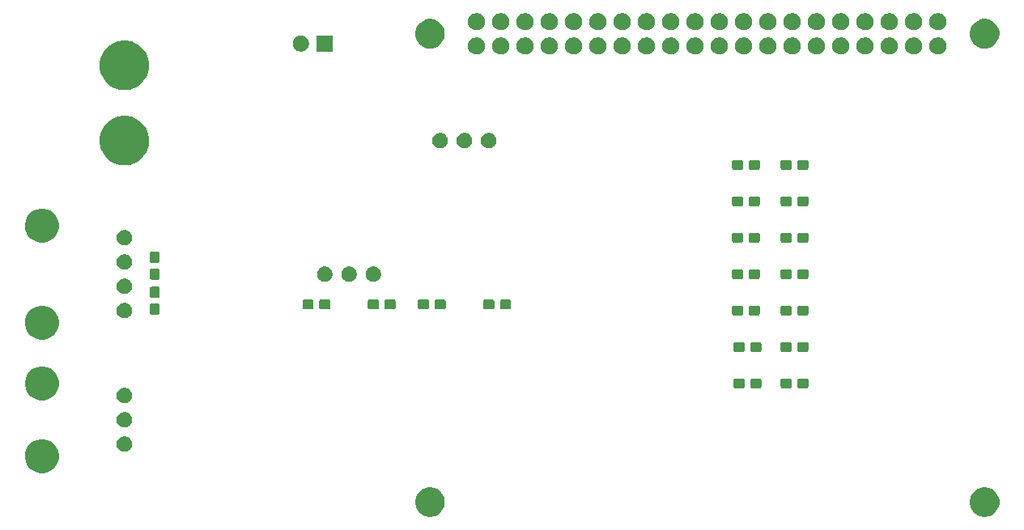
<source format=gbr>
G04 #@! TF.GenerationSoftware,KiCad,Pcbnew,(5.0.0)*
G04 #@! TF.CreationDate,2019-09-21T17:28:20-05:00*
G04 #@! TF.ProjectId,RaspberryPiBreakout_Hardware,5261737062657272795069427265616B,rev?*
G04 #@! TF.SameCoordinates,Original*
G04 #@! TF.FileFunction,Soldermask,Top*
G04 #@! TF.FilePolarity,Negative*
%FSLAX46Y46*%
G04 Gerber Fmt 4.6, Leading zero omitted, Abs format (unit mm)*
G04 Created by KiCad (PCBNEW (5.0.0)) date 09/21/19 17:28:20*
%MOMM*%
%LPD*%
G01*
G04 APERTURE LIST*
%ADD10C,0.100000*%
G04 APERTURE END LIST*
D10*
G36*
X176672527Y-125212736D02*
X176772410Y-125232604D01*
X177054674Y-125349521D01*
X177308705Y-125519259D01*
X177524741Y-125735295D01*
X177694479Y-125989326D01*
X177811396Y-126271590D01*
X177871000Y-126571240D01*
X177871000Y-126876760D01*
X177811396Y-127176410D01*
X177694479Y-127458674D01*
X177524741Y-127712705D01*
X177308705Y-127928741D01*
X177054674Y-128098479D01*
X176772410Y-128215396D01*
X176672527Y-128235264D01*
X176472762Y-128275000D01*
X176167238Y-128275000D01*
X175967473Y-128235264D01*
X175867590Y-128215396D01*
X175585326Y-128098479D01*
X175331295Y-127928741D01*
X175115259Y-127712705D01*
X174945521Y-127458674D01*
X174828604Y-127176410D01*
X174769000Y-126876760D01*
X174769000Y-126571240D01*
X174828604Y-126271590D01*
X174945521Y-125989326D01*
X175115259Y-125735295D01*
X175331295Y-125519259D01*
X175585326Y-125349521D01*
X175867590Y-125232604D01*
X175967473Y-125212736D01*
X176167238Y-125173000D01*
X176472762Y-125173000D01*
X176672527Y-125212736D01*
X176672527Y-125212736D01*
G37*
G36*
X118672527Y-125212736D02*
X118772410Y-125232604D01*
X119054674Y-125349521D01*
X119308705Y-125519259D01*
X119524741Y-125735295D01*
X119694479Y-125989326D01*
X119811396Y-126271590D01*
X119871000Y-126571240D01*
X119871000Y-126876760D01*
X119811396Y-127176410D01*
X119694479Y-127458674D01*
X119524741Y-127712705D01*
X119308705Y-127928741D01*
X119054674Y-128098479D01*
X118772410Y-128215396D01*
X118672527Y-128235264D01*
X118472762Y-128275000D01*
X118167238Y-128275000D01*
X117967473Y-128235264D01*
X117867590Y-128215396D01*
X117585326Y-128098479D01*
X117331295Y-127928741D01*
X117115259Y-127712705D01*
X116945521Y-127458674D01*
X116828604Y-127176410D01*
X116769000Y-126876760D01*
X116769000Y-126571240D01*
X116828604Y-126271590D01*
X116945521Y-125989326D01*
X117115259Y-125735295D01*
X117331295Y-125519259D01*
X117585326Y-125349521D01*
X117867590Y-125232604D01*
X117967473Y-125212736D01*
X118167238Y-125173000D01*
X118472762Y-125173000D01*
X118672527Y-125212736D01*
X118672527Y-125212736D01*
G37*
G36*
X78242037Y-120212250D02*
X78242039Y-120212251D01*
X78242040Y-120212251D01*
X78565251Y-120346129D01*
X78565252Y-120346130D01*
X78856137Y-120540493D01*
X79103507Y-120787863D01*
X79103509Y-120787866D01*
X79297871Y-121078749D01*
X79418705Y-121370470D01*
X79431750Y-121401963D01*
X79443891Y-121463000D01*
X79500000Y-121745079D01*
X79500000Y-122094921D01*
X79431749Y-122438040D01*
X79297871Y-122761251D01*
X79297870Y-122761252D01*
X79103507Y-123052137D01*
X78856137Y-123299507D01*
X78856134Y-123299509D01*
X78565251Y-123493871D01*
X78242040Y-123627749D01*
X78242039Y-123627749D01*
X78242037Y-123627750D01*
X77898922Y-123696000D01*
X77549078Y-123696000D01*
X77205963Y-123627750D01*
X77205961Y-123627749D01*
X77205960Y-123627749D01*
X76882749Y-123493871D01*
X76591866Y-123299509D01*
X76591863Y-123299507D01*
X76344493Y-123052137D01*
X76150130Y-122761252D01*
X76150129Y-122761251D01*
X76016251Y-122438040D01*
X75948000Y-122094921D01*
X75948000Y-121745079D01*
X76004109Y-121463000D01*
X76016250Y-121401963D01*
X76029295Y-121370470D01*
X76150129Y-121078749D01*
X76344491Y-120787866D01*
X76344493Y-120787863D01*
X76591863Y-120540493D01*
X76882748Y-120346130D01*
X76882749Y-120346129D01*
X77205960Y-120212251D01*
X77205961Y-120212251D01*
X77205963Y-120212250D01*
X77549078Y-120144000D01*
X77898922Y-120144000D01*
X78242037Y-120212250D01*
X78242037Y-120212250D01*
G37*
G36*
X86597142Y-119868242D02*
X86745102Y-119929530D01*
X86878258Y-120018502D01*
X86991498Y-120131742D01*
X87080470Y-120264898D01*
X87141758Y-120412858D01*
X87173000Y-120569925D01*
X87173000Y-120730075D01*
X87141758Y-120887142D01*
X87080470Y-121035102D01*
X86991498Y-121168258D01*
X86878258Y-121281498D01*
X86745102Y-121370470D01*
X86597142Y-121431758D01*
X86440075Y-121463000D01*
X86279925Y-121463000D01*
X86122858Y-121431758D01*
X85974898Y-121370470D01*
X85841742Y-121281498D01*
X85728502Y-121168258D01*
X85639530Y-121035102D01*
X85578242Y-120887142D01*
X85547000Y-120730075D01*
X85547000Y-120569925D01*
X85578242Y-120412858D01*
X85639530Y-120264898D01*
X85728502Y-120131742D01*
X85841742Y-120018502D01*
X85974898Y-119929530D01*
X86122858Y-119868242D01*
X86279925Y-119837000D01*
X86440075Y-119837000D01*
X86597142Y-119868242D01*
X86597142Y-119868242D01*
G37*
G36*
X86597142Y-117328242D02*
X86745102Y-117389530D01*
X86878258Y-117478502D01*
X86991498Y-117591742D01*
X87080470Y-117724898D01*
X87141758Y-117872858D01*
X87173000Y-118029925D01*
X87173000Y-118190075D01*
X87141758Y-118347142D01*
X87080470Y-118495102D01*
X86991498Y-118628258D01*
X86878258Y-118741498D01*
X86745102Y-118830470D01*
X86597142Y-118891758D01*
X86440075Y-118923000D01*
X86279925Y-118923000D01*
X86122858Y-118891758D01*
X85974898Y-118830470D01*
X85841742Y-118741498D01*
X85728502Y-118628258D01*
X85639530Y-118495102D01*
X85578242Y-118347142D01*
X85547000Y-118190075D01*
X85547000Y-118029925D01*
X85578242Y-117872858D01*
X85639530Y-117724898D01*
X85728502Y-117591742D01*
X85841742Y-117478502D01*
X85974898Y-117389530D01*
X86122858Y-117328242D01*
X86279925Y-117297000D01*
X86440075Y-117297000D01*
X86597142Y-117328242D01*
X86597142Y-117328242D01*
G37*
G36*
X86597142Y-114788242D02*
X86745102Y-114849530D01*
X86878258Y-114938502D01*
X86991498Y-115051742D01*
X87080470Y-115184898D01*
X87141758Y-115332858D01*
X87173000Y-115489925D01*
X87173000Y-115650075D01*
X87141758Y-115807142D01*
X87080470Y-115955102D01*
X86991498Y-116088258D01*
X86878258Y-116201498D01*
X86745102Y-116290470D01*
X86597142Y-116351758D01*
X86440075Y-116383000D01*
X86279925Y-116383000D01*
X86122858Y-116351758D01*
X85974898Y-116290470D01*
X85841742Y-116201498D01*
X85728502Y-116088258D01*
X85639530Y-115955102D01*
X85578242Y-115807142D01*
X85547000Y-115650075D01*
X85547000Y-115489925D01*
X85578242Y-115332858D01*
X85639530Y-115184898D01*
X85728502Y-115051742D01*
X85841742Y-114938502D01*
X85974898Y-114849530D01*
X86122858Y-114788242D01*
X86279925Y-114757000D01*
X86440075Y-114757000D01*
X86597142Y-114788242D01*
X86597142Y-114788242D01*
G37*
G36*
X78242037Y-112592250D02*
X78242039Y-112592251D01*
X78242040Y-112592251D01*
X78565251Y-112726129D01*
X78565252Y-112726130D01*
X78856137Y-112920493D01*
X79103507Y-113167863D01*
X79103509Y-113167866D01*
X79297871Y-113458749D01*
X79428452Y-113774000D01*
X79431750Y-113781963D01*
X79500000Y-114125078D01*
X79500000Y-114474922D01*
X79433313Y-114810181D01*
X79431749Y-114818040D01*
X79297871Y-115141251D01*
X79169844Y-115332857D01*
X79103507Y-115432137D01*
X78856137Y-115679507D01*
X78856134Y-115679509D01*
X78565251Y-115873871D01*
X78242040Y-116007749D01*
X78242039Y-116007749D01*
X78242037Y-116007750D01*
X77898922Y-116076000D01*
X77549078Y-116076000D01*
X77205963Y-116007750D01*
X77205961Y-116007749D01*
X77205960Y-116007749D01*
X76882749Y-115873871D01*
X76591866Y-115679509D01*
X76591863Y-115679507D01*
X76344493Y-115432137D01*
X76278156Y-115332857D01*
X76150129Y-115141251D01*
X76016251Y-114818040D01*
X76014688Y-114810181D01*
X75948000Y-114474922D01*
X75948000Y-114125078D01*
X76016250Y-113781963D01*
X76019548Y-113774000D01*
X76150129Y-113458749D01*
X76344491Y-113167866D01*
X76344493Y-113167863D01*
X76591863Y-112920493D01*
X76882748Y-112726130D01*
X76882749Y-112726129D01*
X77205960Y-112592251D01*
X77205961Y-112592251D01*
X77205963Y-112592250D01*
X77549078Y-112524000D01*
X77898922Y-112524000D01*
X78242037Y-112592250D01*
X78242037Y-112592250D01*
G37*
G36*
X151064499Y-113778445D02*
X151101993Y-113789819D01*
X151136557Y-113808294D01*
X151166847Y-113833153D01*
X151191706Y-113863443D01*
X151210181Y-113898007D01*
X151221555Y-113935501D01*
X151226000Y-113980638D01*
X151226000Y-114619362D01*
X151221555Y-114664499D01*
X151210181Y-114701993D01*
X151191706Y-114736557D01*
X151166847Y-114766847D01*
X151136557Y-114791706D01*
X151101993Y-114810181D01*
X151064499Y-114821555D01*
X151019362Y-114826000D01*
X150280638Y-114826000D01*
X150235501Y-114821555D01*
X150198007Y-114810181D01*
X150163443Y-114791706D01*
X150133153Y-114766847D01*
X150108294Y-114736557D01*
X150089819Y-114701993D01*
X150078445Y-114664499D01*
X150074000Y-114619362D01*
X150074000Y-113980638D01*
X150078445Y-113935501D01*
X150089819Y-113898007D01*
X150108294Y-113863443D01*
X150133153Y-113833153D01*
X150163443Y-113808294D01*
X150198007Y-113789819D01*
X150235501Y-113778445D01*
X150280638Y-113774000D01*
X151019362Y-113774000D01*
X151064499Y-113778445D01*
X151064499Y-113778445D01*
G37*
G36*
X152814499Y-113778445D02*
X152851993Y-113789819D01*
X152886557Y-113808294D01*
X152916847Y-113833153D01*
X152941706Y-113863443D01*
X152960181Y-113898007D01*
X152971555Y-113935501D01*
X152976000Y-113980638D01*
X152976000Y-114619362D01*
X152971555Y-114664499D01*
X152960181Y-114701993D01*
X152941706Y-114736557D01*
X152916847Y-114766847D01*
X152886557Y-114791706D01*
X152851993Y-114810181D01*
X152814499Y-114821555D01*
X152769362Y-114826000D01*
X152030638Y-114826000D01*
X151985501Y-114821555D01*
X151948007Y-114810181D01*
X151913443Y-114791706D01*
X151883153Y-114766847D01*
X151858294Y-114736557D01*
X151839819Y-114701993D01*
X151828445Y-114664499D01*
X151824000Y-114619362D01*
X151824000Y-113980638D01*
X151828445Y-113935501D01*
X151839819Y-113898007D01*
X151858294Y-113863443D01*
X151883153Y-113833153D01*
X151913443Y-113808294D01*
X151948007Y-113789819D01*
X151985501Y-113778445D01*
X152030638Y-113774000D01*
X152769362Y-113774000D01*
X152814499Y-113778445D01*
X152814499Y-113778445D01*
G37*
G36*
X157739499Y-113778445D02*
X157776993Y-113789819D01*
X157811557Y-113808294D01*
X157841847Y-113833153D01*
X157866706Y-113863443D01*
X157885181Y-113898007D01*
X157896555Y-113935501D01*
X157901000Y-113980638D01*
X157901000Y-114619362D01*
X157896555Y-114664499D01*
X157885181Y-114701993D01*
X157866706Y-114736557D01*
X157841847Y-114766847D01*
X157811557Y-114791706D01*
X157776993Y-114810181D01*
X157739499Y-114821555D01*
X157694362Y-114826000D01*
X156955638Y-114826000D01*
X156910501Y-114821555D01*
X156873007Y-114810181D01*
X156838443Y-114791706D01*
X156808153Y-114766847D01*
X156783294Y-114736557D01*
X156764819Y-114701993D01*
X156753445Y-114664499D01*
X156749000Y-114619362D01*
X156749000Y-113980638D01*
X156753445Y-113935501D01*
X156764819Y-113898007D01*
X156783294Y-113863443D01*
X156808153Y-113833153D01*
X156838443Y-113808294D01*
X156873007Y-113789819D01*
X156910501Y-113778445D01*
X156955638Y-113774000D01*
X157694362Y-113774000D01*
X157739499Y-113778445D01*
X157739499Y-113778445D01*
G37*
G36*
X155989499Y-113778445D02*
X156026993Y-113789819D01*
X156061557Y-113808294D01*
X156091847Y-113833153D01*
X156116706Y-113863443D01*
X156135181Y-113898007D01*
X156146555Y-113935501D01*
X156151000Y-113980638D01*
X156151000Y-114619362D01*
X156146555Y-114664499D01*
X156135181Y-114701993D01*
X156116706Y-114736557D01*
X156091847Y-114766847D01*
X156061557Y-114791706D01*
X156026993Y-114810181D01*
X155989499Y-114821555D01*
X155944362Y-114826000D01*
X155205638Y-114826000D01*
X155160501Y-114821555D01*
X155123007Y-114810181D01*
X155088443Y-114791706D01*
X155058153Y-114766847D01*
X155033294Y-114736557D01*
X155014819Y-114701993D01*
X155003445Y-114664499D01*
X154999000Y-114619362D01*
X154999000Y-113980638D01*
X155003445Y-113935501D01*
X155014819Y-113898007D01*
X155033294Y-113863443D01*
X155058153Y-113833153D01*
X155088443Y-113808294D01*
X155123007Y-113789819D01*
X155160501Y-113778445D01*
X155205638Y-113774000D01*
X155944362Y-113774000D01*
X155989499Y-113778445D01*
X155989499Y-113778445D01*
G37*
G36*
X155989499Y-109968445D02*
X156026993Y-109979819D01*
X156061557Y-109998294D01*
X156091847Y-110023153D01*
X156116706Y-110053443D01*
X156135181Y-110088007D01*
X156146555Y-110125501D01*
X156151000Y-110170638D01*
X156151000Y-110809362D01*
X156146555Y-110854499D01*
X156135181Y-110891993D01*
X156116706Y-110926557D01*
X156091847Y-110956847D01*
X156061557Y-110981706D01*
X156026993Y-111000181D01*
X155989499Y-111011555D01*
X155944362Y-111016000D01*
X155205638Y-111016000D01*
X155160501Y-111011555D01*
X155123007Y-111000181D01*
X155088443Y-110981706D01*
X155058153Y-110956847D01*
X155033294Y-110926557D01*
X155014819Y-110891993D01*
X155003445Y-110854499D01*
X154999000Y-110809362D01*
X154999000Y-110170638D01*
X155003445Y-110125501D01*
X155014819Y-110088007D01*
X155033294Y-110053443D01*
X155058153Y-110023153D01*
X155088443Y-109998294D01*
X155123007Y-109979819D01*
X155160501Y-109968445D01*
X155205638Y-109964000D01*
X155944362Y-109964000D01*
X155989499Y-109968445D01*
X155989499Y-109968445D01*
G37*
G36*
X157739499Y-109968445D02*
X157776993Y-109979819D01*
X157811557Y-109998294D01*
X157841847Y-110023153D01*
X157866706Y-110053443D01*
X157885181Y-110088007D01*
X157896555Y-110125501D01*
X157901000Y-110170638D01*
X157901000Y-110809362D01*
X157896555Y-110854499D01*
X157885181Y-110891993D01*
X157866706Y-110926557D01*
X157841847Y-110956847D01*
X157811557Y-110981706D01*
X157776993Y-111000181D01*
X157739499Y-111011555D01*
X157694362Y-111016000D01*
X156955638Y-111016000D01*
X156910501Y-111011555D01*
X156873007Y-111000181D01*
X156838443Y-110981706D01*
X156808153Y-110956847D01*
X156783294Y-110926557D01*
X156764819Y-110891993D01*
X156753445Y-110854499D01*
X156749000Y-110809362D01*
X156749000Y-110170638D01*
X156753445Y-110125501D01*
X156764819Y-110088007D01*
X156783294Y-110053443D01*
X156808153Y-110023153D01*
X156838443Y-109998294D01*
X156873007Y-109979819D01*
X156910501Y-109968445D01*
X156955638Y-109964000D01*
X157694362Y-109964000D01*
X157739499Y-109968445D01*
X157739499Y-109968445D01*
G37*
G36*
X152814499Y-109968445D02*
X152851993Y-109979819D01*
X152886557Y-109998294D01*
X152916847Y-110023153D01*
X152941706Y-110053443D01*
X152960181Y-110088007D01*
X152971555Y-110125501D01*
X152976000Y-110170638D01*
X152976000Y-110809362D01*
X152971555Y-110854499D01*
X152960181Y-110891993D01*
X152941706Y-110926557D01*
X152916847Y-110956847D01*
X152886557Y-110981706D01*
X152851993Y-111000181D01*
X152814499Y-111011555D01*
X152769362Y-111016000D01*
X152030638Y-111016000D01*
X151985501Y-111011555D01*
X151948007Y-111000181D01*
X151913443Y-110981706D01*
X151883153Y-110956847D01*
X151858294Y-110926557D01*
X151839819Y-110891993D01*
X151828445Y-110854499D01*
X151824000Y-110809362D01*
X151824000Y-110170638D01*
X151828445Y-110125501D01*
X151839819Y-110088007D01*
X151858294Y-110053443D01*
X151883153Y-110023153D01*
X151913443Y-109998294D01*
X151948007Y-109979819D01*
X151985501Y-109968445D01*
X152030638Y-109964000D01*
X152769362Y-109964000D01*
X152814499Y-109968445D01*
X152814499Y-109968445D01*
G37*
G36*
X151064499Y-109968445D02*
X151101993Y-109979819D01*
X151136557Y-109998294D01*
X151166847Y-110023153D01*
X151191706Y-110053443D01*
X151210181Y-110088007D01*
X151221555Y-110125501D01*
X151226000Y-110170638D01*
X151226000Y-110809362D01*
X151221555Y-110854499D01*
X151210181Y-110891993D01*
X151191706Y-110926557D01*
X151166847Y-110956847D01*
X151136557Y-110981706D01*
X151101993Y-111000181D01*
X151064499Y-111011555D01*
X151019362Y-111016000D01*
X150280638Y-111016000D01*
X150235501Y-111011555D01*
X150198007Y-111000181D01*
X150163443Y-110981706D01*
X150133153Y-110956847D01*
X150108294Y-110926557D01*
X150089819Y-110891993D01*
X150078445Y-110854499D01*
X150074000Y-110809362D01*
X150074000Y-110170638D01*
X150078445Y-110125501D01*
X150089819Y-110088007D01*
X150108294Y-110053443D01*
X150133153Y-110023153D01*
X150163443Y-109998294D01*
X150198007Y-109979819D01*
X150235501Y-109968445D01*
X150280638Y-109964000D01*
X151019362Y-109964000D01*
X151064499Y-109968445D01*
X151064499Y-109968445D01*
G37*
G36*
X78242037Y-106242250D02*
X78242039Y-106242251D01*
X78242040Y-106242251D01*
X78565251Y-106376129D01*
X78665116Y-106442857D01*
X78856137Y-106570493D01*
X79103507Y-106817863D01*
X79103509Y-106817866D01*
X79297871Y-107108749D01*
X79418705Y-107400470D01*
X79431750Y-107431963D01*
X79443891Y-107493000D01*
X79500000Y-107775079D01*
X79500000Y-108124921D01*
X79431749Y-108468040D01*
X79297871Y-108791251D01*
X79297870Y-108791252D01*
X79103507Y-109082137D01*
X78856137Y-109329507D01*
X78856134Y-109329509D01*
X78565251Y-109523871D01*
X78242040Y-109657749D01*
X78242039Y-109657749D01*
X78242037Y-109657750D01*
X77898922Y-109726000D01*
X77549078Y-109726000D01*
X77205963Y-109657750D01*
X77205961Y-109657749D01*
X77205960Y-109657749D01*
X76882749Y-109523871D01*
X76591866Y-109329509D01*
X76591863Y-109329507D01*
X76344493Y-109082137D01*
X76150130Y-108791252D01*
X76150129Y-108791251D01*
X76016251Y-108468040D01*
X75948000Y-108124921D01*
X75948000Y-107775079D01*
X76004109Y-107493000D01*
X76016250Y-107431963D01*
X76029295Y-107400470D01*
X76150129Y-107108749D01*
X76344491Y-106817866D01*
X76344493Y-106817863D01*
X76591863Y-106570493D01*
X76782884Y-106442857D01*
X76882749Y-106376129D01*
X77205960Y-106242251D01*
X77205961Y-106242251D01*
X77205963Y-106242250D01*
X77549078Y-106174000D01*
X77898922Y-106174000D01*
X78242037Y-106242250D01*
X78242037Y-106242250D01*
G37*
G36*
X86597142Y-105898242D02*
X86745102Y-105959530D01*
X86780667Y-105983294D01*
X86878257Y-106048501D01*
X86991499Y-106161743D01*
X87015941Y-106198323D01*
X87080470Y-106294898D01*
X87141758Y-106442858D01*
X87173000Y-106599925D01*
X87173000Y-106760075D01*
X87141758Y-106917142D01*
X87080470Y-107065102D01*
X87064425Y-107089115D01*
X87009240Y-107171706D01*
X86991498Y-107198258D01*
X86878258Y-107311498D01*
X86745102Y-107400470D01*
X86597142Y-107461758D01*
X86440075Y-107493000D01*
X86279925Y-107493000D01*
X86122858Y-107461758D01*
X85974898Y-107400470D01*
X85841742Y-107311498D01*
X85728502Y-107198258D01*
X85710761Y-107171706D01*
X85655575Y-107089115D01*
X85639530Y-107065102D01*
X85578242Y-106917142D01*
X85547000Y-106760075D01*
X85547000Y-106599925D01*
X85578242Y-106442858D01*
X85639530Y-106294898D01*
X85704059Y-106198323D01*
X85728501Y-106161743D01*
X85841743Y-106048501D01*
X85939333Y-105983294D01*
X85974898Y-105959530D01*
X86122858Y-105898242D01*
X86279925Y-105867000D01*
X86440075Y-105867000D01*
X86597142Y-105898242D01*
X86597142Y-105898242D01*
G37*
G36*
X157739499Y-106158445D02*
X157776993Y-106169819D01*
X157811557Y-106188294D01*
X157841847Y-106213153D01*
X157866706Y-106243443D01*
X157885181Y-106278007D01*
X157896555Y-106315501D01*
X157901000Y-106360638D01*
X157901000Y-106999362D01*
X157896555Y-107044499D01*
X157885181Y-107081993D01*
X157866706Y-107116557D01*
X157841847Y-107146847D01*
X157811557Y-107171706D01*
X157776993Y-107190181D01*
X157739499Y-107201555D01*
X157694362Y-107206000D01*
X156955638Y-107206000D01*
X156910501Y-107201555D01*
X156873007Y-107190181D01*
X156838443Y-107171706D01*
X156808153Y-107146847D01*
X156783294Y-107116557D01*
X156764819Y-107081993D01*
X156753445Y-107044499D01*
X156749000Y-106999362D01*
X156749000Y-106360638D01*
X156753445Y-106315501D01*
X156764819Y-106278007D01*
X156783294Y-106243443D01*
X156808153Y-106213153D01*
X156838443Y-106188294D01*
X156873007Y-106169819D01*
X156910501Y-106158445D01*
X156955638Y-106154000D01*
X157694362Y-106154000D01*
X157739499Y-106158445D01*
X157739499Y-106158445D01*
G37*
G36*
X155989499Y-106158445D02*
X156026993Y-106169819D01*
X156061557Y-106188294D01*
X156091847Y-106213153D01*
X156116706Y-106243443D01*
X156135181Y-106278007D01*
X156146555Y-106315501D01*
X156151000Y-106360638D01*
X156151000Y-106999362D01*
X156146555Y-107044499D01*
X156135181Y-107081993D01*
X156116706Y-107116557D01*
X156091847Y-107146847D01*
X156061557Y-107171706D01*
X156026993Y-107190181D01*
X155989499Y-107201555D01*
X155944362Y-107206000D01*
X155205638Y-107206000D01*
X155160501Y-107201555D01*
X155123007Y-107190181D01*
X155088443Y-107171706D01*
X155058153Y-107146847D01*
X155033294Y-107116557D01*
X155014819Y-107081993D01*
X155003445Y-107044499D01*
X154999000Y-106999362D01*
X154999000Y-106360638D01*
X155003445Y-106315501D01*
X155014819Y-106278007D01*
X155033294Y-106243443D01*
X155058153Y-106213153D01*
X155088443Y-106188294D01*
X155123007Y-106169819D01*
X155160501Y-106158445D01*
X155205638Y-106154000D01*
X155944362Y-106154000D01*
X155989499Y-106158445D01*
X155989499Y-106158445D01*
G37*
G36*
X152659499Y-106158445D02*
X152696993Y-106169819D01*
X152731557Y-106188294D01*
X152761847Y-106213153D01*
X152786706Y-106243443D01*
X152805181Y-106278007D01*
X152816555Y-106315501D01*
X152821000Y-106360638D01*
X152821000Y-106999362D01*
X152816555Y-107044499D01*
X152805181Y-107081993D01*
X152786706Y-107116557D01*
X152761847Y-107146847D01*
X152731557Y-107171706D01*
X152696993Y-107190181D01*
X152659499Y-107201555D01*
X152614362Y-107206000D01*
X151875638Y-107206000D01*
X151830501Y-107201555D01*
X151793007Y-107190181D01*
X151758443Y-107171706D01*
X151728153Y-107146847D01*
X151703294Y-107116557D01*
X151684819Y-107081993D01*
X151673445Y-107044499D01*
X151669000Y-106999362D01*
X151669000Y-106360638D01*
X151673445Y-106315501D01*
X151684819Y-106278007D01*
X151703294Y-106243443D01*
X151728153Y-106213153D01*
X151758443Y-106188294D01*
X151793007Y-106169819D01*
X151830501Y-106158445D01*
X151875638Y-106154000D01*
X152614362Y-106154000D01*
X152659499Y-106158445D01*
X152659499Y-106158445D01*
G37*
G36*
X150909499Y-106158445D02*
X150946993Y-106169819D01*
X150981557Y-106188294D01*
X151011847Y-106213153D01*
X151036706Y-106243443D01*
X151055181Y-106278007D01*
X151066555Y-106315501D01*
X151071000Y-106360638D01*
X151071000Y-106999362D01*
X151066555Y-107044499D01*
X151055181Y-107081993D01*
X151036706Y-107116557D01*
X151011847Y-107146847D01*
X150981557Y-107171706D01*
X150946993Y-107190181D01*
X150909499Y-107201555D01*
X150864362Y-107206000D01*
X150125638Y-107206000D01*
X150080501Y-107201555D01*
X150043007Y-107190181D01*
X150008443Y-107171706D01*
X149978153Y-107146847D01*
X149953294Y-107116557D01*
X149934819Y-107081993D01*
X149923445Y-107044499D01*
X149919000Y-106999362D01*
X149919000Y-106360638D01*
X149923445Y-106315501D01*
X149934819Y-106278007D01*
X149953294Y-106243443D01*
X149978153Y-106213153D01*
X150008443Y-106188294D01*
X150043007Y-106169819D01*
X150080501Y-106158445D01*
X150125638Y-106154000D01*
X150864362Y-106154000D01*
X150909499Y-106158445D01*
X150909499Y-106158445D01*
G37*
G36*
X89899499Y-105953445D02*
X89936993Y-105964819D01*
X89971557Y-105983294D01*
X90001847Y-106008153D01*
X90026706Y-106038443D01*
X90045181Y-106073007D01*
X90056555Y-106110501D01*
X90061000Y-106155638D01*
X90061000Y-106894362D01*
X90056555Y-106939499D01*
X90045181Y-106976993D01*
X90026706Y-107011557D01*
X90001847Y-107041847D01*
X89971557Y-107066706D01*
X89936993Y-107085181D01*
X89899499Y-107096555D01*
X89854362Y-107101000D01*
X89215638Y-107101000D01*
X89170501Y-107096555D01*
X89133007Y-107085181D01*
X89098443Y-107066706D01*
X89068153Y-107041847D01*
X89043294Y-107011557D01*
X89024819Y-106976993D01*
X89013445Y-106939499D01*
X89009000Y-106894362D01*
X89009000Y-106155638D01*
X89013445Y-106110501D01*
X89024819Y-106073007D01*
X89043294Y-106038443D01*
X89068153Y-106008153D01*
X89098443Y-105983294D01*
X89133007Y-105964819D01*
X89170501Y-105953445D01*
X89215638Y-105949000D01*
X89854362Y-105949000D01*
X89899499Y-105953445D01*
X89899499Y-105953445D01*
G37*
G36*
X126624499Y-105523445D02*
X126661993Y-105534819D01*
X126696557Y-105553294D01*
X126726847Y-105578153D01*
X126751706Y-105608443D01*
X126770181Y-105643007D01*
X126781555Y-105680501D01*
X126786000Y-105725638D01*
X126786000Y-106364362D01*
X126781555Y-106409499D01*
X126770181Y-106446993D01*
X126751706Y-106481557D01*
X126726847Y-106511847D01*
X126696557Y-106536706D01*
X126661993Y-106555181D01*
X126624499Y-106566555D01*
X126579362Y-106571000D01*
X125840638Y-106571000D01*
X125795501Y-106566555D01*
X125758007Y-106555181D01*
X125723443Y-106536706D01*
X125693153Y-106511847D01*
X125668294Y-106481557D01*
X125649819Y-106446993D01*
X125638445Y-106409499D01*
X125634000Y-106364362D01*
X125634000Y-105725638D01*
X125638445Y-105680501D01*
X125649819Y-105643007D01*
X125668294Y-105608443D01*
X125693153Y-105578153D01*
X125723443Y-105553294D01*
X125758007Y-105534819D01*
X125795501Y-105523445D01*
X125840638Y-105519000D01*
X126579362Y-105519000D01*
X126624499Y-105523445D01*
X126624499Y-105523445D01*
G37*
G36*
X118044499Y-105523445D02*
X118081993Y-105534819D01*
X118116557Y-105553294D01*
X118146847Y-105578153D01*
X118171706Y-105608443D01*
X118190181Y-105643007D01*
X118201555Y-105680501D01*
X118206000Y-105725638D01*
X118206000Y-106364362D01*
X118201555Y-106409499D01*
X118190181Y-106446993D01*
X118171706Y-106481557D01*
X118146847Y-106511847D01*
X118116557Y-106536706D01*
X118081993Y-106555181D01*
X118044499Y-106566555D01*
X117999362Y-106571000D01*
X117260638Y-106571000D01*
X117215501Y-106566555D01*
X117178007Y-106555181D01*
X117143443Y-106536706D01*
X117113153Y-106511847D01*
X117088294Y-106481557D01*
X117069819Y-106446993D01*
X117058445Y-106409499D01*
X117054000Y-106364362D01*
X117054000Y-105725638D01*
X117058445Y-105680501D01*
X117069819Y-105643007D01*
X117088294Y-105608443D01*
X117113153Y-105578153D01*
X117143443Y-105553294D01*
X117178007Y-105534819D01*
X117215501Y-105523445D01*
X117260638Y-105519000D01*
X117999362Y-105519000D01*
X118044499Y-105523445D01*
X118044499Y-105523445D01*
G37*
G36*
X119794499Y-105523445D02*
X119831993Y-105534819D01*
X119866557Y-105553294D01*
X119896847Y-105578153D01*
X119921706Y-105608443D01*
X119940181Y-105643007D01*
X119951555Y-105680501D01*
X119956000Y-105725638D01*
X119956000Y-106364362D01*
X119951555Y-106409499D01*
X119940181Y-106446993D01*
X119921706Y-106481557D01*
X119896847Y-106511847D01*
X119866557Y-106536706D01*
X119831993Y-106555181D01*
X119794499Y-106566555D01*
X119749362Y-106571000D01*
X119010638Y-106571000D01*
X118965501Y-106566555D01*
X118928007Y-106555181D01*
X118893443Y-106536706D01*
X118863153Y-106511847D01*
X118838294Y-106481557D01*
X118819819Y-106446993D01*
X118808445Y-106409499D01*
X118804000Y-106364362D01*
X118804000Y-105725638D01*
X118808445Y-105680501D01*
X118819819Y-105643007D01*
X118838294Y-105608443D01*
X118863153Y-105578153D01*
X118893443Y-105553294D01*
X118928007Y-105534819D01*
X118965501Y-105523445D01*
X119010638Y-105519000D01*
X119749362Y-105519000D01*
X119794499Y-105523445D01*
X119794499Y-105523445D01*
G37*
G36*
X105979499Y-105523445D02*
X106016993Y-105534819D01*
X106051557Y-105553294D01*
X106081847Y-105578153D01*
X106106706Y-105608443D01*
X106125181Y-105643007D01*
X106136555Y-105680501D01*
X106141000Y-105725638D01*
X106141000Y-106364362D01*
X106136555Y-106409499D01*
X106125181Y-106446993D01*
X106106706Y-106481557D01*
X106081847Y-106511847D01*
X106051557Y-106536706D01*
X106016993Y-106555181D01*
X105979499Y-106566555D01*
X105934362Y-106571000D01*
X105195638Y-106571000D01*
X105150501Y-106566555D01*
X105113007Y-106555181D01*
X105078443Y-106536706D01*
X105048153Y-106511847D01*
X105023294Y-106481557D01*
X105004819Y-106446993D01*
X104993445Y-106409499D01*
X104989000Y-106364362D01*
X104989000Y-105725638D01*
X104993445Y-105680501D01*
X105004819Y-105643007D01*
X105023294Y-105608443D01*
X105048153Y-105578153D01*
X105078443Y-105553294D01*
X105113007Y-105534819D01*
X105150501Y-105523445D01*
X105195638Y-105519000D01*
X105934362Y-105519000D01*
X105979499Y-105523445D01*
X105979499Y-105523445D01*
G37*
G36*
X107729499Y-105523445D02*
X107766993Y-105534819D01*
X107801557Y-105553294D01*
X107831847Y-105578153D01*
X107856706Y-105608443D01*
X107875181Y-105643007D01*
X107886555Y-105680501D01*
X107891000Y-105725638D01*
X107891000Y-106364362D01*
X107886555Y-106409499D01*
X107875181Y-106446993D01*
X107856706Y-106481557D01*
X107831847Y-106511847D01*
X107801557Y-106536706D01*
X107766993Y-106555181D01*
X107729499Y-106566555D01*
X107684362Y-106571000D01*
X106945638Y-106571000D01*
X106900501Y-106566555D01*
X106863007Y-106555181D01*
X106828443Y-106536706D01*
X106798153Y-106511847D01*
X106773294Y-106481557D01*
X106754819Y-106446993D01*
X106743445Y-106409499D01*
X106739000Y-106364362D01*
X106739000Y-105725638D01*
X106743445Y-105680501D01*
X106754819Y-105643007D01*
X106773294Y-105608443D01*
X106798153Y-105578153D01*
X106828443Y-105553294D01*
X106863007Y-105534819D01*
X106900501Y-105523445D01*
X106945638Y-105519000D01*
X107684362Y-105519000D01*
X107729499Y-105523445D01*
X107729499Y-105523445D01*
G37*
G36*
X124874499Y-105523445D02*
X124911993Y-105534819D01*
X124946557Y-105553294D01*
X124976847Y-105578153D01*
X125001706Y-105608443D01*
X125020181Y-105643007D01*
X125031555Y-105680501D01*
X125036000Y-105725638D01*
X125036000Y-106364362D01*
X125031555Y-106409499D01*
X125020181Y-106446993D01*
X125001706Y-106481557D01*
X124976847Y-106511847D01*
X124946557Y-106536706D01*
X124911993Y-106555181D01*
X124874499Y-106566555D01*
X124829362Y-106571000D01*
X124090638Y-106571000D01*
X124045501Y-106566555D01*
X124008007Y-106555181D01*
X123973443Y-106536706D01*
X123943153Y-106511847D01*
X123918294Y-106481557D01*
X123899819Y-106446993D01*
X123888445Y-106409499D01*
X123884000Y-106364362D01*
X123884000Y-105725638D01*
X123888445Y-105680501D01*
X123899819Y-105643007D01*
X123918294Y-105608443D01*
X123943153Y-105578153D01*
X123973443Y-105553294D01*
X124008007Y-105534819D01*
X124045501Y-105523445D01*
X124090638Y-105519000D01*
X124829362Y-105519000D01*
X124874499Y-105523445D01*
X124874499Y-105523445D01*
G37*
G36*
X114559499Y-105523445D02*
X114596993Y-105534819D01*
X114631557Y-105553294D01*
X114661847Y-105578153D01*
X114686706Y-105608443D01*
X114705181Y-105643007D01*
X114716555Y-105680501D01*
X114721000Y-105725638D01*
X114721000Y-106364362D01*
X114716555Y-106409499D01*
X114705181Y-106446993D01*
X114686706Y-106481557D01*
X114661847Y-106511847D01*
X114631557Y-106536706D01*
X114596993Y-106555181D01*
X114559499Y-106566555D01*
X114514362Y-106571000D01*
X113775638Y-106571000D01*
X113730501Y-106566555D01*
X113693007Y-106555181D01*
X113658443Y-106536706D01*
X113628153Y-106511847D01*
X113603294Y-106481557D01*
X113584819Y-106446993D01*
X113573445Y-106409499D01*
X113569000Y-106364362D01*
X113569000Y-105725638D01*
X113573445Y-105680501D01*
X113584819Y-105643007D01*
X113603294Y-105608443D01*
X113628153Y-105578153D01*
X113658443Y-105553294D01*
X113693007Y-105534819D01*
X113730501Y-105523445D01*
X113775638Y-105519000D01*
X114514362Y-105519000D01*
X114559499Y-105523445D01*
X114559499Y-105523445D01*
G37*
G36*
X112809499Y-105523445D02*
X112846993Y-105534819D01*
X112881557Y-105553294D01*
X112911847Y-105578153D01*
X112936706Y-105608443D01*
X112955181Y-105643007D01*
X112966555Y-105680501D01*
X112971000Y-105725638D01*
X112971000Y-106364362D01*
X112966555Y-106409499D01*
X112955181Y-106446993D01*
X112936706Y-106481557D01*
X112911847Y-106511847D01*
X112881557Y-106536706D01*
X112846993Y-106555181D01*
X112809499Y-106566555D01*
X112764362Y-106571000D01*
X112025638Y-106571000D01*
X111980501Y-106566555D01*
X111943007Y-106555181D01*
X111908443Y-106536706D01*
X111878153Y-106511847D01*
X111853294Y-106481557D01*
X111834819Y-106446993D01*
X111823445Y-106409499D01*
X111819000Y-106364362D01*
X111819000Y-105725638D01*
X111823445Y-105680501D01*
X111834819Y-105643007D01*
X111853294Y-105608443D01*
X111878153Y-105578153D01*
X111908443Y-105553294D01*
X111943007Y-105534819D01*
X111980501Y-105523445D01*
X112025638Y-105519000D01*
X112764362Y-105519000D01*
X112809499Y-105523445D01*
X112809499Y-105523445D01*
G37*
G36*
X89899499Y-104203445D02*
X89936993Y-104214819D01*
X89971557Y-104233294D01*
X90001847Y-104258153D01*
X90026706Y-104288443D01*
X90045181Y-104323007D01*
X90056555Y-104360501D01*
X90061000Y-104405638D01*
X90061000Y-105144362D01*
X90056555Y-105189499D01*
X90045181Y-105226993D01*
X90026706Y-105261557D01*
X90001847Y-105291847D01*
X89971557Y-105316706D01*
X89936993Y-105335181D01*
X89899499Y-105346555D01*
X89854362Y-105351000D01*
X89215638Y-105351000D01*
X89170501Y-105346555D01*
X89133007Y-105335181D01*
X89098443Y-105316706D01*
X89068153Y-105291847D01*
X89043294Y-105261557D01*
X89024819Y-105226993D01*
X89013445Y-105189499D01*
X89009000Y-105144362D01*
X89009000Y-104405638D01*
X89013445Y-104360501D01*
X89024819Y-104323007D01*
X89043294Y-104288443D01*
X89068153Y-104258153D01*
X89098443Y-104233294D01*
X89133007Y-104214819D01*
X89170501Y-104203445D01*
X89215638Y-104199000D01*
X89854362Y-104199000D01*
X89899499Y-104203445D01*
X89899499Y-104203445D01*
G37*
G36*
X86597142Y-103358242D02*
X86677565Y-103391555D01*
X86726214Y-103411706D01*
X86745102Y-103419530D01*
X86784717Y-103446000D01*
X86878257Y-103508501D01*
X86991499Y-103621743D01*
X87011554Y-103651758D01*
X87080470Y-103754898D01*
X87141758Y-103902858D01*
X87173000Y-104059925D01*
X87173000Y-104220075D01*
X87141758Y-104377142D01*
X87080470Y-104525102D01*
X86991498Y-104658258D01*
X86878258Y-104771498D01*
X86745102Y-104860470D01*
X86597142Y-104921758D01*
X86440075Y-104953000D01*
X86279925Y-104953000D01*
X86122858Y-104921758D01*
X85974898Y-104860470D01*
X85841742Y-104771498D01*
X85728502Y-104658258D01*
X85639530Y-104525102D01*
X85578242Y-104377142D01*
X85547000Y-104220075D01*
X85547000Y-104059925D01*
X85578242Y-103902858D01*
X85639530Y-103754898D01*
X85708446Y-103651758D01*
X85728501Y-103621743D01*
X85841743Y-103508501D01*
X85935283Y-103446000D01*
X85974898Y-103419530D01*
X85993787Y-103411706D01*
X86042435Y-103391555D01*
X86122858Y-103358242D01*
X86279925Y-103327000D01*
X86440075Y-103327000D01*
X86597142Y-103358242D01*
X86597142Y-103358242D01*
G37*
G36*
X112632142Y-102088242D02*
X112780102Y-102149530D01*
X112847130Y-102194317D01*
X112913257Y-102238501D01*
X113026499Y-102351743D01*
X113046554Y-102381758D01*
X113115470Y-102484898D01*
X113176758Y-102632858D01*
X113208000Y-102789925D01*
X113208000Y-102950075D01*
X113176758Y-103107142D01*
X113115470Y-103255102D01*
X113081089Y-103306557D01*
X113026499Y-103388257D01*
X112913257Y-103501499D01*
X112902776Y-103508502D01*
X112780102Y-103590470D01*
X112632142Y-103651758D01*
X112475075Y-103683000D01*
X112314925Y-103683000D01*
X112157858Y-103651758D01*
X112009898Y-103590470D01*
X111887224Y-103508502D01*
X111876743Y-103501499D01*
X111763501Y-103388257D01*
X111708911Y-103306557D01*
X111674530Y-103255102D01*
X111613242Y-103107142D01*
X111582000Y-102950075D01*
X111582000Y-102789925D01*
X111613242Y-102632858D01*
X111674530Y-102484898D01*
X111743446Y-102381758D01*
X111763501Y-102351743D01*
X111876743Y-102238501D01*
X111942870Y-102194317D01*
X112009898Y-102149530D01*
X112157858Y-102088242D01*
X112314925Y-102057000D01*
X112475075Y-102057000D01*
X112632142Y-102088242D01*
X112632142Y-102088242D01*
G37*
G36*
X107552142Y-102088242D02*
X107700102Y-102149530D01*
X107767130Y-102194317D01*
X107833257Y-102238501D01*
X107946499Y-102351743D01*
X107966554Y-102381758D01*
X108035470Y-102484898D01*
X108096758Y-102632858D01*
X108128000Y-102789925D01*
X108128000Y-102950075D01*
X108096758Y-103107142D01*
X108035470Y-103255102D01*
X108001089Y-103306557D01*
X107946499Y-103388257D01*
X107833257Y-103501499D01*
X107822776Y-103508502D01*
X107700102Y-103590470D01*
X107552142Y-103651758D01*
X107395075Y-103683000D01*
X107234925Y-103683000D01*
X107077858Y-103651758D01*
X106929898Y-103590470D01*
X106807224Y-103508502D01*
X106796743Y-103501499D01*
X106683501Y-103388257D01*
X106628911Y-103306557D01*
X106594530Y-103255102D01*
X106533242Y-103107142D01*
X106502000Y-102950075D01*
X106502000Y-102789925D01*
X106533242Y-102632858D01*
X106594530Y-102484898D01*
X106663446Y-102381758D01*
X106683501Y-102351743D01*
X106796743Y-102238501D01*
X106862870Y-102194317D01*
X106929898Y-102149530D01*
X107077858Y-102088242D01*
X107234925Y-102057000D01*
X107395075Y-102057000D01*
X107552142Y-102088242D01*
X107552142Y-102088242D01*
G37*
G36*
X110092142Y-102088242D02*
X110240102Y-102149530D01*
X110307130Y-102194317D01*
X110373257Y-102238501D01*
X110486499Y-102351743D01*
X110506554Y-102381758D01*
X110575470Y-102484898D01*
X110636758Y-102632858D01*
X110668000Y-102789925D01*
X110668000Y-102950075D01*
X110636758Y-103107142D01*
X110575470Y-103255102D01*
X110541089Y-103306557D01*
X110486499Y-103388257D01*
X110373257Y-103501499D01*
X110362776Y-103508502D01*
X110240102Y-103590470D01*
X110092142Y-103651758D01*
X109935075Y-103683000D01*
X109774925Y-103683000D01*
X109617858Y-103651758D01*
X109469898Y-103590470D01*
X109347224Y-103508502D01*
X109336743Y-103501499D01*
X109223501Y-103388257D01*
X109168911Y-103306557D01*
X109134530Y-103255102D01*
X109073242Y-103107142D01*
X109042000Y-102950075D01*
X109042000Y-102789925D01*
X109073242Y-102632858D01*
X109134530Y-102484898D01*
X109203446Y-102381758D01*
X109223501Y-102351743D01*
X109336743Y-102238501D01*
X109402870Y-102194317D01*
X109469898Y-102149530D01*
X109617858Y-102088242D01*
X109774925Y-102057000D01*
X109935075Y-102057000D01*
X110092142Y-102088242D01*
X110092142Y-102088242D01*
G37*
G36*
X89899499Y-102298445D02*
X89936993Y-102309819D01*
X89971557Y-102328294D01*
X90001847Y-102353153D01*
X90026706Y-102383443D01*
X90045181Y-102418007D01*
X90056555Y-102455501D01*
X90061000Y-102500638D01*
X90061000Y-103239362D01*
X90056555Y-103284499D01*
X90045181Y-103321993D01*
X90026706Y-103356557D01*
X90001847Y-103386847D01*
X89971557Y-103411706D01*
X89936993Y-103430181D01*
X89899499Y-103441555D01*
X89854362Y-103446000D01*
X89215638Y-103446000D01*
X89170501Y-103441555D01*
X89133007Y-103430181D01*
X89098443Y-103411706D01*
X89068153Y-103386847D01*
X89043294Y-103356557D01*
X89024819Y-103321993D01*
X89013445Y-103284499D01*
X89009000Y-103239362D01*
X89009000Y-102500638D01*
X89013445Y-102455501D01*
X89024819Y-102418007D01*
X89043294Y-102383443D01*
X89068153Y-102353153D01*
X89098443Y-102328294D01*
X89133007Y-102309819D01*
X89170501Y-102298445D01*
X89215638Y-102294000D01*
X89854362Y-102294000D01*
X89899499Y-102298445D01*
X89899499Y-102298445D01*
G37*
G36*
X155989499Y-102348445D02*
X156026993Y-102359819D01*
X156061557Y-102378294D01*
X156091847Y-102403153D01*
X156116706Y-102433443D01*
X156135181Y-102468007D01*
X156146555Y-102505501D01*
X156151000Y-102550638D01*
X156151000Y-103189362D01*
X156146555Y-103234499D01*
X156135181Y-103271993D01*
X156116706Y-103306557D01*
X156091847Y-103336847D01*
X156061557Y-103361706D01*
X156026993Y-103380181D01*
X155989499Y-103391555D01*
X155944362Y-103396000D01*
X155205638Y-103396000D01*
X155160501Y-103391555D01*
X155123007Y-103380181D01*
X155088443Y-103361706D01*
X155058153Y-103336847D01*
X155033294Y-103306557D01*
X155014819Y-103271993D01*
X155003445Y-103234499D01*
X154999000Y-103189362D01*
X154999000Y-102550638D01*
X155003445Y-102505501D01*
X155014819Y-102468007D01*
X155033294Y-102433443D01*
X155058153Y-102403153D01*
X155088443Y-102378294D01*
X155123007Y-102359819D01*
X155160501Y-102348445D01*
X155205638Y-102344000D01*
X155944362Y-102344000D01*
X155989499Y-102348445D01*
X155989499Y-102348445D01*
G37*
G36*
X157739499Y-102348445D02*
X157776993Y-102359819D01*
X157811557Y-102378294D01*
X157841847Y-102403153D01*
X157866706Y-102433443D01*
X157885181Y-102468007D01*
X157896555Y-102505501D01*
X157901000Y-102550638D01*
X157901000Y-103189362D01*
X157896555Y-103234499D01*
X157885181Y-103271993D01*
X157866706Y-103306557D01*
X157841847Y-103336847D01*
X157811557Y-103361706D01*
X157776993Y-103380181D01*
X157739499Y-103391555D01*
X157694362Y-103396000D01*
X156955638Y-103396000D01*
X156910501Y-103391555D01*
X156873007Y-103380181D01*
X156838443Y-103361706D01*
X156808153Y-103336847D01*
X156783294Y-103306557D01*
X156764819Y-103271993D01*
X156753445Y-103234499D01*
X156749000Y-103189362D01*
X156749000Y-102550638D01*
X156753445Y-102505501D01*
X156764819Y-102468007D01*
X156783294Y-102433443D01*
X156808153Y-102403153D01*
X156838443Y-102378294D01*
X156873007Y-102359819D01*
X156910501Y-102348445D01*
X156955638Y-102344000D01*
X157694362Y-102344000D01*
X157739499Y-102348445D01*
X157739499Y-102348445D01*
G37*
G36*
X150909499Y-102348445D02*
X150946993Y-102359819D01*
X150981557Y-102378294D01*
X151011847Y-102403153D01*
X151036706Y-102433443D01*
X151055181Y-102468007D01*
X151066555Y-102505501D01*
X151071000Y-102550638D01*
X151071000Y-103189362D01*
X151066555Y-103234499D01*
X151055181Y-103271993D01*
X151036706Y-103306557D01*
X151011847Y-103336847D01*
X150981557Y-103361706D01*
X150946993Y-103380181D01*
X150909499Y-103391555D01*
X150864362Y-103396000D01*
X150125638Y-103396000D01*
X150080501Y-103391555D01*
X150043007Y-103380181D01*
X150008443Y-103361706D01*
X149978153Y-103336847D01*
X149953294Y-103306557D01*
X149934819Y-103271993D01*
X149923445Y-103234499D01*
X149919000Y-103189362D01*
X149919000Y-102550638D01*
X149923445Y-102505501D01*
X149934819Y-102468007D01*
X149953294Y-102433443D01*
X149978153Y-102403153D01*
X150008443Y-102378294D01*
X150043007Y-102359819D01*
X150080501Y-102348445D01*
X150125638Y-102344000D01*
X150864362Y-102344000D01*
X150909499Y-102348445D01*
X150909499Y-102348445D01*
G37*
G36*
X152659499Y-102348445D02*
X152696993Y-102359819D01*
X152731557Y-102378294D01*
X152761847Y-102403153D01*
X152786706Y-102433443D01*
X152805181Y-102468007D01*
X152816555Y-102505501D01*
X152821000Y-102550638D01*
X152821000Y-103189362D01*
X152816555Y-103234499D01*
X152805181Y-103271993D01*
X152786706Y-103306557D01*
X152761847Y-103336847D01*
X152731557Y-103361706D01*
X152696993Y-103380181D01*
X152659499Y-103391555D01*
X152614362Y-103396000D01*
X151875638Y-103396000D01*
X151830501Y-103391555D01*
X151793007Y-103380181D01*
X151758443Y-103361706D01*
X151728153Y-103336847D01*
X151703294Y-103306557D01*
X151684819Y-103271993D01*
X151673445Y-103234499D01*
X151669000Y-103189362D01*
X151669000Y-102550638D01*
X151673445Y-102505501D01*
X151684819Y-102468007D01*
X151703294Y-102433443D01*
X151728153Y-102403153D01*
X151758443Y-102378294D01*
X151793007Y-102359819D01*
X151830501Y-102348445D01*
X151875638Y-102344000D01*
X152614362Y-102344000D01*
X152659499Y-102348445D01*
X152659499Y-102348445D01*
G37*
G36*
X86597142Y-100818242D02*
X86745102Y-100879530D01*
X86878258Y-100968502D01*
X86991498Y-101081742D01*
X87080470Y-101214898D01*
X87141758Y-101362858D01*
X87173000Y-101519925D01*
X87173000Y-101680075D01*
X87141758Y-101837142D01*
X87094354Y-101951583D01*
X87080471Y-101985100D01*
X86991499Y-102118257D01*
X86878257Y-102231499D01*
X86867776Y-102238502D01*
X86745102Y-102320470D01*
X86745101Y-102320471D01*
X86745100Y-102320471D01*
X86711583Y-102334354D01*
X86597142Y-102381758D01*
X86440075Y-102413000D01*
X86279925Y-102413000D01*
X86122858Y-102381758D01*
X86008417Y-102334354D01*
X85974900Y-102320471D01*
X85974899Y-102320471D01*
X85974898Y-102320470D01*
X85852224Y-102238502D01*
X85841743Y-102231499D01*
X85728501Y-102118257D01*
X85639529Y-101985100D01*
X85625646Y-101951583D01*
X85578242Y-101837142D01*
X85547000Y-101680075D01*
X85547000Y-101519925D01*
X85578242Y-101362858D01*
X85639530Y-101214898D01*
X85728502Y-101081742D01*
X85841742Y-100968502D01*
X85974898Y-100879530D01*
X86122858Y-100818242D01*
X86279925Y-100787000D01*
X86440075Y-100787000D01*
X86597142Y-100818242D01*
X86597142Y-100818242D01*
G37*
G36*
X89899499Y-100548445D02*
X89936993Y-100559819D01*
X89971557Y-100578294D01*
X90001847Y-100603153D01*
X90026706Y-100633443D01*
X90045181Y-100668007D01*
X90056555Y-100705501D01*
X90061000Y-100750638D01*
X90061000Y-101489362D01*
X90056555Y-101534499D01*
X90045181Y-101571993D01*
X90026706Y-101606557D01*
X90001847Y-101636847D01*
X89971557Y-101661706D01*
X89936993Y-101680181D01*
X89899499Y-101691555D01*
X89854362Y-101696000D01*
X89215638Y-101696000D01*
X89170501Y-101691555D01*
X89133007Y-101680181D01*
X89098443Y-101661706D01*
X89068153Y-101636847D01*
X89043294Y-101606557D01*
X89024819Y-101571993D01*
X89013445Y-101534499D01*
X89009000Y-101489362D01*
X89009000Y-100750638D01*
X89013445Y-100705501D01*
X89024819Y-100668007D01*
X89043294Y-100633443D01*
X89068153Y-100603153D01*
X89098443Y-100578294D01*
X89133007Y-100559819D01*
X89170501Y-100548445D01*
X89215638Y-100544000D01*
X89854362Y-100544000D01*
X89899499Y-100548445D01*
X89899499Y-100548445D01*
G37*
G36*
X86597142Y-98278242D02*
X86745102Y-98339530D01*
X86812130Y-98384317D01*
X86878257Y-98428501D01*
X86991499Y-98541743D01*
X87015941Y-98578323D01*
X87080470Y-98674898D01*
X87141758Y-98822858D01*
X87173000Y-98979925D01*
X87173000Y-99140075D01*
X87141758Y-99297142D01*
X87109794Y-99374309D01*
X87080471Y-99445100D01*
X87009240Y-99551706D01*
X86991498Y-99578258D01*
X86878258Y-99691498D01*
X86745102Y-99780470D01*
X86597142Y-99841758D01*
X86440075Y-99873000D01*
X86279925Y-99873000D01*
X86122858Y-99841758D01*
X85974898Y-99780470D01*
X85841742Y-99691498D01*
X85728502Y-99578258D01*
X85710761Y-99551706D01*
X85639529Y-99445100D01*
X85610206Y-99374309D01*
X85578242Y-99297142D01*
X85547000Y-99140075D01*
X85547000Y-98979925D01*
X85578242Y-98822858D01*
X85639530Y-98674898D01*
X85704059Y-98578323D01*
X85728501Y-98541743D01*
X85841743Y-98428501D01*
X85907870Y-98384317D01*
X85974898Y-98339530D01*
X86122858Y-98278242D01*
X86279925Y-98247000D01*
X86440075Y-98247000D01*
X86597142Y-98278242D01*
X86597142Y-98278242D01*
G37*
G36*
X155989499Y-98538445D02*
X156026993Y-98549819D01*
X156061557Y-98568294D01*
X156091847Y-98593153D01*
X156116706Y-98623443D01*
X156135181Y-98658007D01*
X156146555Y-98695501D01*
X156151000Y-98740638D01*
X156151000Y-99379362D01*
X156146555Y-99424499D01*
X156135181Y-99461993D01*
X156116706Y-99496557D01*
X156091847Y-99526847D01*
X156061557Y-99551706D01*
X156026993Y-99570181D01*
X155989499Y-99581555D01*
X155944362Y-99586000D01*
X155205638Y-99586000D01*
X155160501Y-99581555D01*
X155123007Y-99570181D01*
X155088443Y-99551706D01*
X155058153Y-99526847D01*
X155033294Y-99496557D01*
X155014819Y-99461993D01*
X155003445Y-99424499D01*
X154999000Y-99379362D01*
X154999000Y-98740638D01*
X155003445Y-98695501D01*
X155014819Y-98658007D01*
X155033294Y-98623443D01*
X155058153Y-98593153D01*
X155088443Y-98568294D01*
X155123007Y-98549819D01*
X155160501Y-98538445D01*
X155205638Y-98534000D01*
X155944362Y-98534000D01*
X155989499Y-98538445D01*
X155989499Y-98538445D01*
G37*
G36*
X152659499Y-98538445D02*
X152696993Y-98549819D01*
X152731557Y-98568294D01*
X152761847Y-98593153D01*
X152786706Y-98623443D01*
X152805181Y-98658007D01*
X152816555Y-98695501D01*
X152821000Y-98740638D01*
X152821000Y-99379362D01*
X152816555Y-99424499D01*
X152805181Y-99461993D01*
X152786706Y-99496557D01*
X152761847Y-99526847D01*
X152731557Y-99551706D01*
X152696993Y-99570181D01*
X152659499Y-99581555D01*
X152614362Y-99586000D01*
X151875638Y-99586000D01*
X151830501Y-99581555D01*
X151793007Y-99570181D01*
X151758443Y-99551706D01*
X151728153Y-99526847D01*
X151703294Y-99496557D01*
X151684819Y-99461993D01*
X151673445Y-99424499D01*
X151669000Y-99379362D01*
X151669000Y-98740638D01*
X151673445Y-98695501D01*
X151684819Y-98658007D01*
X151703294Y-98623443D01*
X151728153Y-98593153D01*
X151758443Y-98568294D01*
X151793007Y-98549819D01*
X151830501Y-98538445D01*
X151875638Y-98534000D01*
X152614362Y-98534000D01*
X152659499Y-98538445D01*
X152659499Y-98538445D01*
G37*
G36*
X150909499Y-98538445D02*
X150946993Y-98549819D01*
X150981557Y-98568294D01*
X151011847Y-98593153D01*
X151036706Y-98623443D01*
X151055181Y-98658007D01*
X151066555Y-98695501D01*
X151071000Y-98740638D01*
X151071000Y-99379362D01*
X151066555Y-99424499D01*
X151055181Y-99461993D01*
X151036706Y-99496557D01*
X151011847Y-99526847D01*
X150981557Y-99551706D01*
X150946993Y-99570181D01*
X150909499Y-99581555D01*
X150864362Y-99586000D01*
X150125638Y-99586000D01*
X150080501Y-99581555D01*
X150043007Y-99570181D01*
X150008443Y-99551706D01*
X149978153Y-99526847D01*
X149953294Y-99496557D01*
X149934819Y-99461993D01*
X149923445Y-99424499D01*
X149919000Y-99379362D01*
X149919000Y-98740638D01*
X149923445Y-98695501D01*
X149934819Y-98658007D01*
X149953294Y-98623443D01*
X149978153Y-98593153D01*
X150008443Y-98568294D01*
X150043007Y-98549819D01*
X150080501Y-98538445D01*
X150125638Y-98534000D01*
X150864362Y-98534000D01*
X150909499Y-98538445D01*
X150909499Y-98538445D01*
G37*
G36*
X157739499Y-98538445D02*
X157776993Y-98549819D01*
X157811557Y-98568294D01*
X157841847Y-98593153D01*
X157866706Y-98623443D01*
X157885181Y-98658007D01*
X157896555Y-98695501D01*
X157901000Y-98740638D01*
X157901000Y-99379362D01*
X157896555Y-99424499D01*
X157885181Y-99461993D01*
X157866706Y-99496557D01*
X157841847Y-99526847D01*
X157811557Y-99551706D01*
X157776993Y-99570181D01*
X157739499Y-99581555D01*
X157694362Y-99586000D01*
X156955638Y-99586000D01*
X156910501Y-99581555D01*
X156873007Y-99570181D01*
X156838443Y-99551706D01*
X156808153Y-99526847D01*
X156783294Y-99496557D01*
X156764819Y-99461993D01*
X156753445Y-99424499D01*
X156749000Y-99379362D01*
X156749000Y-98740638D01*
X156753445Y-98695501D01*
X156764819Y-98658007D01*
X156783294Y-98623443D01*
X156808153Y-98593153D01*
X156838443Y-98568294D01*
X156873007Y-98549819D01*
X156910501Y-98538445D01*
X156955638Y-98534000D01*
X157694362Y-98534000D01*
X157739499Y-98538445D01*
X157739499Y-98538445D01*
G37*
G36*
X78242037Y-96082250D02*
X78242039Y-96082251D01*
X78242040Y-96082251D01*
X78565251Y-96216129D01*
X78565252Y-96216130D01*
X78856137Y-96410493D01*
X79103507Y-96657863D01*
X79103509Y-96657866D01*
X79297871Y-96948749D01*
X79431749Y-97271960D01*
X79431750Y-97271963D01*
X79500000Y-97615078D01*
X79500000Y-97964922D01*
X79437677Y-98278242D01*
X79431749Y-98308040D01*
X79297871Y-98631251D01*
X79187121Y-98797000D01*
X79103507Y-98922137D01*
X78856137Y-99169507D01*
X78856134Y-99169509D01*
X78565251Y-99363871D01*
X78242040Y-99497749D01*
X78242039Y-99497749D01*
X78242037Y-99497750D01*
X77898922Y-99566000D01*
X77549078Y-99566000D01*
X77205963Y-99497750D01*
X77205961Y-99497749D01*
X77205960Y-99497749D01*
X76882749Y-99363871D01*
X76591866Y-99169509D01*
X76591863Y-99169507D01*
X76344493Y-98922137D01*
X76260879Y-98797000D01*
X76150129Y-98631251D01*
X76016251Y-98308040D01*
X76010324Y-98278242D01*
X75948000Y-97964922D01*
X75948000Y-97615078D01*
X76016250Y-97271963D01*
X76016251Y-97271960D01*
X76150129Y-96948749D01*
X76344491Y-96657866D01*
X76344493Y-96657863D01*
X76591863Y-96410493D01*
X76882748Y-96216130D01*
X76882749Y-96216129D01*
X77205960Y-96082251D01*
X77205961Y-96082251D01*
X77205963Y-96082250D01*
X77549078Y-96014000D01*
X77898922Y-96014000D01*
X78242037Y-96082250D01*
X78242037Y-96082250D01*
G37*
G36*
X157739499Y-94728445D02*
X157776993Y-94739819D01*
X157811557Y-94758294D01*
X157841847Y-94783153D01*
X157866706Y-94813443D01*
X157885181Y-94848007D01*
X157896555Y-94885501D01*
X157901000Y-94930638D01*
X157901000Y-95569362D01*
X157896555Y-95614499D01*
X157885181Y-95651993D01*
X157866706Y-95686557D01*
X157841847Y-95716847D01*
X157811557Y-95741706D01*
X157776993Y-95760181D01*
X157739499Y-95771555D01*
X157694362Y-95776000D01*
X156955638Y-95776000D01*
X156910501Y-95771555D01*
X156873007Y-95760181D01*
X156838443Y-95741706D01*
X156808153Y-95716847D01*
X156783294Y-95686557D01*
X156764819Y-95651993D01*
X156753445Y-95614499D01*
X156749000Y-95569362D01*
X156749000Y-94930638D01*
X156753445Y-94885501D01*
X156764819Y-94848007D01*
X156783294Y-94813443D01*
X156808153Y-94783153D01*
X156838443Y-94758294D01*
X156873007Y-94739819D01*
X156910501Y-94728445D01*
X156955638Y-94724000D01*
X157694362Y-94724000D01*
X157739499Y-94728445D01*
X157739499Y-94728445D01*
G37*
G36*
X150909499Y-94728445D02*
X150946993Y-94739819D01*
X150981557Y-94758294D01*
X151011847Y-94783153D01*
X151036706Y-94813443D01*
X151055181Y-94848007D01*
X151066555Y-94885501D01*
X151071000Y-94930638D01*
X151071000Y-95569362D01*
X151066555Y-95614499D01*
X151055181Y-95651993D01*
X151036706Y-95686557D01*
X151011847Y-95716847D01*
X150981557Y-95741706D01*
X150946993Y-95760181D01*
X150909499Y-95771555D01*
X150864362Y-95776000D01*
X150125638Y-95776000D01*
X150080501Y-95771555D01*
X150043007Y-95760181D01*
X150008443Y-95741706D01*
X149978153Y-95716847D01*
X149953294Y-95686557D01*
X149934819Y-95651993D01*
X149923445Y-95614499D01*
X149919000Y-95569362D01*
X149919000Y-94930638D01*
X149923445Y-94885501D01*
X149934819Y-94848007D01*
X149953294Y-94813443D01*
X149978153Y-94783153D01*
X150008443Y-94758294D01*
X150043007Y-94739819D01*
X150080501Y-94728445D01*
X150125638Y-94724000D01*
X150864362Y-94724000D01*
X150909499Y-94728445D01*
X150909499Y-94728445D01*
G37*
G36*
X155989499Y-94728445D02*
X156026993Y-94739819D01*
X156061557Y-94758294D01*
X156091847Y-94783153D01*
X156116706Y-94813443D01*
X156135181Y-94848007D01*
X156146555Y-94885501D01*
X156151000Y-94930638D01*
X156151000Y-95569362D01*
X156146555Y-95614499D01*
X156135181Y-95651993D01*
X156116706Y-95686557D01*
X156091847Y-95716847D01*
X156061557Y-95741706D01*
X156026993Y-95760181D01*
X155989499Y-95771555D01*
X155944362Y-95776000D01*
X155205638Y-95776000D01*
X155160501Y-95771555D01*
X155123007Y-95760181D01*
X155088443Y-95741706D01*
X155058153Y-95716847D01*
X155033294Y-95686557D01*
X155014819Y-95651993D01*
X155003445Y-95614499D01*
X154999000Y-95569362D01*
X154999000Y-94930638D01*
X155003445Y-94885501D01*
X155014819Y-94848007D01*
X155033294Y-94813443D01*
X155058153Y-94783153D01*
X155088443Y-94758294D01*
X155123007Y-94739819D01*
X155160501Y-94728445D01*
X155205638Y-94724000D01*
X155944362Y-94724000D01*
X155989499Y-94728445D01*
X155989499Y-94728445D01*
G37*
G36*
X152659499Y-94728445D02*
X152696993Y-94739819D01*
X152731557Y-94758294D01*
X152761847Y-94783153D01*
X152786706Y-94813443D01*
X152805181Y-94848007D01*
X152816555Y-94885501D01*
X152821000Y-94930638D01*
X152821000Y-95569362D01*
X152816555Y-95614499D01*
X152805181Y-95651993D01*
X152786706Y-95686557D01*
X152761847Y-95716847D01*
X152731557Y-95741706D01*
X152696993Y-95760181D01*
X152659499Y-95771555D01*
X152614362Y-95776000D01*
X151875638Y-95776000D01*
X151830501Y-95771555D01*
X151793007Y-95760181D01*
X151758443Y-95741706D01*
X151728153Y-95716847D01*
X151703294Y-95686557D01*
X151684819Y-95651993D01*
X151673445Y-95614499D01*
X151669000Y-95569362D01*
X151669000Y-94930638D01*
X151673445Y-94885501D01*
X151684819Y-94848007D01*
X151703294Y-94813443D01*
X151728153Y-94783153D01*
X151758443Y-94758294D01*
X151793007Y-94739819D01*
X151830501Y-94728445D01*
X151875638Y-94724000D01*
X152614362Y-94724000D01*
X152659499Y-94728445D01*
X152659499Y-94728445D01*
G37*
G36*
X152659499Y-90918445D02*
X152696993Y-90929819D01*
X152731557Y-90948294D01*
X152761847Y-90973153D01*
X152786706Y-91003443D01*
X152805181Y-91038007D01*
X152816555Y-91075501D01*
X152821000Y-91120638D01*
X152821000Y-91759362D01*
X152816555Y-91804499D01*
X152805181Y-91841993D01*
X152786706Y-91876557D01*
X152761847Y-91906847D01*
X152731557Y-91931706D01*
X152696993Y-91950181D01*
X152659499Y-91961555D01*
X152614362Y-91966000D01*
X151875638Y-91966000D01*
X151830501Y-91961555D01*
X151793007Y-91950181D01*
X151758443Y-91931706D01*
X151728153Y-91906847D01*
X151703294Y-91876557D01*
X151684819Y-91841993D01*
X151673445Y-91804499D01*
X151669000Y-91759362D01*
X151669000Y-91120638D01*
X151673445Y-91075501D01*
X151684819Y-91038007D01*
X151703294Y-91003443D01*
X151728153Y-90973153D01*
X151758443Y-90948294D01*
X151793007Y-90929819D01*
X151830501Y-90918445D01*
X151875638Y-90914000D01*
X152614362Y-90914000D01*
X152659499Y-90918445D01*
X152659499Y-90918445D01*
G37*
G36*
X150909499Y-90918445D02*
X150946993Y-90929819D01*
X150981557Y-90948294D01*
X151011847Y-90973153D01*
X151036706Y-91003443D01*
X151055181Y-91038007D01*
X151066555Y-91075501D01*
X151071000Y-91120638D01*
X151071000Y-91759362D01*
X151066555Y-91804499D01*
X151055181Y-91841993D01*
X151036706Y-91876557D01*
X151011847Y-91906847D01*
X150981557Y-91931706D01*
X150946993Y-91950181D01*
X150909499Y-91961555D01*
X150864362Y-91966000D01*
X150125638Y-91966000D01*
X150080501Y-91961555D01*
X150043007Y-91950181D01*
X150008443Y-91931706D01*
X149978153Y-91906847D01*
X149953294Y-91876557D01*
X149934819Y-91841993D01*
X149923445Y-91804499D01*
X149919000Y-91759362D01*
X149919000Y-91120638D01*
X149923445Y-91075501D01*
X149934819Y-91038007D01*
X149953294Y-91003443D01*
X149978153Y-90973153D01*
X150008443Y-90948294D01*
X150043007Y-90929819D01*
X150080501Y-90918445D01*
X150125638Y-90914000D01*
X150864362Y-90914000D01*
X150909499Y-90918445D01*
X150909499Y-90918445D01*
G37*
G36*
X155989499Y-90918445D02*
X156026993Y-90929819D01*
X156061557Y-90948294D01*
X156091847Y-90973153D01*
X156116706Y-91003443D01*
X156135181Y-91038007D01*
X156146555Y-91075501D01*
X156151000Y-91120638D01*
X156151000Y-91759362D01*
X156146555Y-91804499D01*
X156135181Y-91841993D01*
X156116706Y-91876557D01*
X156091847Y-91906847D01*
X156061557Y-91931706D01*
X156026993Y-91950181D01*
X155989499Y-91961555D01*
X155944362Y-91966000D01*
X155205638Y-91966000D01*
X155160501Y-91961555D01*
X155123007Y-91950181D01*
X155088443Y-91931706D01*
X155058153Y-91906847D01*
X155033294Y-91876557D01*
X155014819Y-91841993D01*
X155003445Y-91804499D01*
X154999000Y-91759362D01*
X154999000Y-91120638D01*
X155003445Y-91075501D01*
X155014819Y-91038007D01*
X155033294Y-91003443D01*
X155058153Y-90973153D01*
X155088443Y-90948294D01*
X155123007Y-90929819D01*
X155160501Y-90918445D01*
X155205638Y-90914000D01*
X155944362Y-90914000D01*
X155989499Y-90918445D01*
X155989499Y-90918445D01*
G37*
G36*
X157739499Y-90918445D02*
X157776993Y-90929819D01*
X157811557Y-90948294D01*
X157841847Y-90973153D01*
X157866706Y-91003443D01*
X157885181Y-91038007D01*
X157896555Y-91075501D01*
X157901000Y-91120638D01*
X157901000Y-91759362D01*
X157896555Y-91804499D01*
X157885181Y-91841993D01*
X157866706Y-91876557D01*
X157841847Y-91906847D01*
X157811557Y-91931706D01*
X157776993Y-91950181D01*
X157739499Y-91961555D01*
X157694362Y-91966000D01*
X156955638Y-91966000D01*
X156910501Y-91961555D01*
X156873007Y-91950181D01*
X156838443Y-91931706D01*
X156808153Y-91906847D01*
X156783294Y-91876557D01*
X156764819Y-91841993D01*
X156753445Y-91804499D01*
X156749000Y-91759362D01*
X156749000Y-91120638D01*
X156753445Y-91075501D01*
X156764819Y-91038007D01*
X156783294Y-91003443D01*
X156808153Y-90973153D01*
X156838443Y-90948294D01*
X156873007Y-90929819D01*
X156910501Y-90918445D01*
X156955638Y-90914000D01*
X157694362Y-90914000D01*
X157739499Y-90918445D01*
X157739499Y-90918445D01*
G37*
G36*
X86948908Y-86375380D02*
X87115767Y-86408570D01*
X87587299Y-86603885D01*
X88008803Y-86885526D01*
X88011669Y-86887441D01*
X88372559Y-87248331D01*
X88372561Y-87248334D01*
X88656115Y-87672701D01*
X88851430Y-88144233D01*
X88851430Y-88144234D01*
X88951000Y-88644807D01*
X88951000Y-89155193D01*
X88898673Y-89418257D01*
X88851430Y-89655767D01*
X88656115Y-90127299D01*
X88374474Y-90548803D01*
X88372559Y-90551669D01*
X88011669Y-90912559D01*
X88011666Y-90912561D01*
X87587299Y-91196115D01*
X87115767Y-91391430D01*
X86948908Y-91424620D01*
X86615193Y-91491000D01*
X86104807Y-91491000D01*
X85771092Y-91424620D01*
X85604233Y-91391430D01*
X85132701Y-91196115D01*
X84708334Y-90912561D01*
X84708331Y-90912559D01*
X84347441Y-90551669D01*
X84345526Y-90548803D01*
X84063885Y-90127299D01*
X83868570Y-89655767D01*
X83821327Y-89418257D01*
X83769000Y-89155193D01*
X83769000Y-88644807D01*
X83868570Y-88144234D01*
X83868570Y-88144233D01*
X84063885Y-87672701D01*
X84347439Y-87248334D01*
X84347441Y-87248331D01*
X84708331Y-86887441D01*
X84711197Y-86885526D01*
X85132701Y-86603885D01*
X85604233Y-86408570D01*
X85771092Y-86375380D01*
X86104807Y-86309000D01*
X86615193Y-86309000D01*
X86948908Y-86375380D01*
X86948908Y-86375380D01*
G37*
G36*
X124697142Y-88118242D02*
X124845102Y-88179530D01*
X124978258Y-88268502D01*
X125091498Y-88381742D01*
X125180470Y-88514898D01*
X125241758Y-88662858D01*
X125273000Y-88819925D01*
X125273000Y-88980075D01*
X125241758Y-89137142D01*
X125180470Y-89285102D01*
X125091498Y-89418258D01*
X124978258Y-89531498D01*
X124845102Y-89620470D01*
X124697142Y-89681758D01*
X124540075Y-89713000D01*
X124379925Y-89713000D01*
X124222858Y-89681758D01*
X124074898Y-89620470D01*
X123941742Y-89531498D01*
X123828502Y-89418258D01*
X123739530Y-89285102D01*
X123678242Y-89137142D01*
X123647000Y-88980075D01*
X123647000Y-88819925D01*
X123678242Y-88662858D01*
X123739530Y-88514898D01*
X123828502Y-88381742D01*
X123941742Y-88268502D01*
X124074898Y-88179530D01*
X124222858Y-88118242D01*
X124379925Y-88087000D01*
X124540075Y-88087000D01*
X124697142Y-88118242D01*
X124697142Y-88118242D01*
G37*
G36*
X122157142Y-88118242D02*
X122305102Y-88179530D01*
X122438258Y-88268502D01*
X122551498Y-88381742D01*
X122640470Y-88514898D01*
X122701758Y-88662858D01*
X122733000Y-88819925D01*
X122733000Y-88980075D01*
X122701758Y-89137142D01*
X122640470Y-89285102D01*
X122551498Y-89418258D01*
X122438258Y-89531498D01*
X122305102Y-89620470D01*
X122157142Y-89681758D01*
X122000075Y-89713000D01*
X121839925Y-89713000D01*
X121682858Y-89681758D01*
X121534898Y-89620470D01*
X121401742Y-89531498D01*
X121288502Y-89418258D01*
X121199530Y-89285102D01*
X121138242Y-89137142D01*
X121107000Y-88980075D01*
X121107000Y-88819925D01*
X121138242Y-88662858D01*
X121199530Y-88514898D01*
X121288502Y-88381742D01*
X121401742Y-88268502D01*
X121534898Y-88179530D01*
X121682858Y-88118242D01*
X121839925Y-88087000D01*
X122000075Y-88087000D01*
X122157142Y-88118242D01*
X122157142Y-88118242D01*
G37*
G36*
X119617142Y-88118242D02*
X119765102Y-88179530D01*
X119898258Y-88268502D01*
X120011498Y-88381742D01*
X120100470Y-88514898D01*
X120161758Y-88662858D01*
X120193000Y-88819925D01*
X120193000Y-88980075D01*
X120161758Y-89137142D01*
X120100470Y-89285102D01*
X120011498Y-89418258D01*
X119898258Y-89531498D01*
X119765102Y-89620470D01*
X119617142Y-89681758D01*
X119460075Y-89713000D01*
X119299925Y-89713000D01*
X119142858Y-89681758D01*
X118994898Y-89620470D01*
X118861742Y-89531498D01*
X118748502Y-89418258D01*
X118659530Y-89285102D01*
X118598242Y-89137142D01*
X118567000Y-88980075D01*
X118567000Y-88819925D01*
X118598242Y-88662858D01*
X118659530Y-88514898D01*
X118748502Y-88381742D01*
X118861742Y-88268502D01*
X118994898Y-88179530D01*
X119142858Y-88118242D01*
X119299925Y-88087000D01*
X119460075Y-88087000D01*
X119617142Y-88118242D01*
X119617142Y-88118242D01*
G37*
G36*
X86948908Y-78501380D02*
X87115767Y-78534570D01*
X87587299Y-78729885D01*
X87884902Y-78928738D01*
X88011669Y-79013441D01*
X88372559Y-79374331D01*
X88372561Y-79374334D01*
X88656115Y-79798701D01*
X88851430Y-80270233D01*
X88951000Y-80770809D01*
X88951000Y-81281191D01*
X88851430Y-81781767D01*
X88656115Y-82253299D01*
X88374474Y-82674803D01*
X88372559Y-82677669D01*
X88011669Y-83038559D01*
X88011666Y-83038561D01*
X87587299Y-83322115D01*
X87115767Y-83517430D01*
X86948908Y-83550620D01*
X86615193Y-83617000D01*
X86104807Y-83617000D01*
X85771092Y-83550620D01*
X85604233Y-83517430D01*
X85132701Y-83322115D01*
X84708334Y-83038561D01*
X84708331Y-83038559D01*
X84347441Y-82677669D01*
X84345526Y-82674803D01*
X84063885Y-82253299D01*
X83868570Y-81781767D01*
X83769000Y-81281191D01*
X83769000Y-80770809D01*
X83868570Y-80270233D01*
X84063885Y-79798701D01*
X84347439Y-79374334D01*
X84347441Y-79374331D01*
X84708331Y-79013441D01*
X84835098Y-78928738D01*
X85132701Y-78729885D01*
X85604233Y-78534570D01*
X85771092Y-78501380D01*
X86104807Y-78435000D01*
X86615193Y-78435000D01*
X86948908Y-78501380D01*
X86948908Y-78501380D01*
G37*
G36*
X138692812Y-78127624D02*
X138856784Y-78195544D01*
X139004354Y-78294147D01*
X139129853Y-78419646D01*
X139228456Y-78567216D01*
X139296376Y-78731188D01*
X139331000Y-78905259D01*
X139331000Y-79082741D01*
X139296376Y-79256812D01*
X139228456Y-79420784D01*
X139129853Y-79568354D01*
X139004354Y-79693853D01*
X138856784Y-79792456D01*
X138692812Y-79860376D01*
X138518741Y-79895000D01*
X138341259Y-79895000D01*
X138167188Y-79860376D01*
X138003216Y-79792456D01*
X137855646Y-79693853D01*
X137730147Y-79568354D01*
X137631544Y-79420784D01*
X137563624Y-79256812D01*
X137529000Y-79082741D01*
X137529000Y-78905259D01*
X137563624Y-78731188D01*
X137631544Y-78567216D01*
X137730147Y-78419646D01*
X137855646Y-78294147D01*
X138003216Y-78195544D01*
X138167188Y-78127624D01*
X138341259Y-78093000D01*
X138518741Y-78093000D01*
X138692812Y-78127624D01*
X138692812Y-78127624D01*
G37*
G36*
X136152812Y-78127624D02*
X136316784Y-78195544D01*
X136464354Y-78294147D01*
X136589853Y-78419646D01*
X136688456Y-78567216D01*
X136756376Y-78731188D01*
X136791000Y-78905259D01*
X136791000Y-79082741D01*
X136756376Y-79256812D01*
X136688456Y-79420784D01*
X136589853Y-79568354D01*
X136464354Y-79693853D01*
X136316784Y-79792456D01*
X136152812Y-79860376D01*
X135978741Y-79895000D01*
X135801259Y-79895000D01*
X135627188Y-79860376D01*
X135463216Y-79792456D01*
X135315646Y-79693853D01*
X135190147Y-79568354D01*
X135091544Y-79420784D01*
X135023624Y-79256812D01*
X134989000Y-79082741D01*
X134989000Y-78905259D01*
X135023624Y-78731188D01*
X135091544Y-78567216D01*
X135190147Y-78419646D01*
X135315646Y-78294147D01*
X135463216Y-78195544D01*
X135627188Y-78127624D01*
X135801259Y-78093000D01*
X135978741Y-78093000D01*
X136152812Y-78127624D01*
X136152812Y-78127624D01*
G37*
G36*
X133612812Y-78127624D02*
X133776784Y-78195544D01*
X133924354Y-78294147D01*
X134049853Y-78419646D01*
X134148456Y-78567216D01*
X134216376Y-78731188D01*
X134251000Y-78905259D01*
X134251000Y-79082741D01*
X134216376Y-79256812D01*
X134148456Y-79420784D01*
X134049853Y-79568354D01*
X133924354Y-79693853D01*
X133776784Y-79792456D01*
X133612812Y-79860376D01*
X133438741Y-79895000D01*
X133261259Y-79895000D01*
X133087188Y-79860376D01*
X132923216Y-79792456D01*
X132775646Y-79693853D01*
X132650147Y-79568354D01*
X132551544Y-79420784D01*
X132483624Y-79256812D01*
X132449000Y-79082741D01*
X132449000Y-78905259D01*
X132483624Y-78731188D01*
X132551544Y-78567216D01*
X132650147Y-78419646D01*
X132775646Y-78294147D01*
X132923216Y-78195544D01*
X133087188Y-78127624D01*
X133261259Y-78093000D01*
X133438741Y-78093000D01*
X133612812Y-78127624D01*
X133612812Y-78127624D01*
G37*
G36*
X171712812Y-78127624D02*
X171876784Y-78195544D01*
X172024354Y-78294147D01*
X172149853Y-78419646D01*
X172248456Y-78567216D01*
X172316376Y-78731188D01*
X172351000Y-78905259D01*
X172351000Y-79082741D01*
X172316376Y-79256812D01*
X172248456Y-79420784D01*
X172149853Y-79568354D01*
X172024354Y-79693853D01*
X171876784Y-79792456D01*
X171712812Y-79860376D01*
X171538741Y-79895000D01*
X171361259Y-79895000D01*
X171187188Y-79860376D01*
X171023216Y-79792456D01*
X170875646Y-79693853D01*
X170750147Y-79568354D01*
X170651544Y-79420784D01*
X170583624Y-79256812D01*
X170549000Y-79082741D01*
X170549000Y-78905259D01*
X170583624Y-78731188D01*
X170651544Y-78567216D01*
X170750147Y-78419646D01*
X170875646Y-78294147D01*
X171023216Y-78195544D01*
X171187188Y-78127624D01*
X171361259Y-78093000D01*
X171538741Y-78093000D01*
X171712812Y-78127624D01*
X171712812Y-78127624D01*
G37*
G36*
X169172812Y-78127624D02*
X169336784Y-78195544D01*
X169484354Y-78294147D01*
X169609853Y-78419646D01*
X169708456Y-78567216D01*
X169776376Y-78731188D01*
X169811000Y-78905259D01*
X169811000Y-79082741D01*
X169776376Y-79256812D01*
X169708456Y-79420784D01*
X169609853Y-79568354D01*
X169484354Y-79693853D01*
X169336784Y-79792456D01*
X169172812Y-79860376D01*
X168998741Y-79895000D01*
X168821259Y-79895000D01*
X168647188Y-79860376D01*
X168483216Y-79792456D01*
X168335646Y-79693853D01*
X168210147Y-79568354D01*
X168111544Y-79420784D01*
X168043624Y-79256812D01*
X168009000Y-79082741D01*
X168009000Y-78905259D01*
X168043624Y-78731188D01*
X168111544Y-78567216D01*
X168210147Y-78419646D01*
X168335646Y-78294147D01*
X168483216Y-78195544D01*
X168647188Y-78127624D01*
X168821259Y-78093000D01*
X168998741Y-78093000D01*
X169172812Y-78127624D01*
X169172812Y-78127624D01*
G37*
G36*
X166632812Y-78127624D02*
X166796784Y-78195544D01*
X166944354Y-78294147D01*
X167069853Y-78419646D01*
X167168456Y-78567216D01*
X167236376Y-78731188D01*
X167271000Y-78905259D01*
X167271000Y-79082741D01*
X167236376Y-79256812D01*
X167168456Y-79420784D01*
X167069853Y-79568354D01*
X166944354Y-79693853D01*
X166796784Y-79792456D01*
X166632812Y-79860376D01*
X166458741Y-79895000D01*
X166281259Y-79895000D01*
X166107188Y-79860376D01*
X165943216Y-79792456D01*
X165795646Y-79693853D01*
X165670147Y-79568354D01*
X165571544Y-79420784D01*
X165503624Y-79256812D01*
X165469000Y-79082741D01*
X165469000Y-78905259D01*
X165503624Y-78731188D01*
X165571544Y-78567216D01*
X165670147Y-78419646D01*
X165795646Y-78294147D01*
X165943216Y-78195544D01*
X166107188Y-78127624D01*
X166281259Y-78093000D01*
X166458741Y-78093000D01*
X166632812Y-78127624D01*
X166632812Y-78127624D01*
G37*
G36*
X164092812Y-78127624D02*
X164256784Y-78195544D01*
X164404354Y-78294147D01*
X164529853Y-78419646D01*
X164628456Y-78567216D01*
X164696376Y-78731188D01*
X164731000Y-78905259D01*
X164731000Y-79082741D01*
X164696376Y-79256812D01*
X164628456Y-79420784D01*
X164529853Y-79568354D01*
X164404354Y-79693853D01*
X164256784Y-79792456D01*
X164092812Y-79860376D01*
X163918741Y-79895000D01*
X163741259Y-79895000D01*
X163567188Y-79860376D01*
X163403216Y-79792456D01*
X163255646Y-79693853D01*
X163130147Y-79568354D01*
X163031544Y-79420784D01*
X162963624Y-79256812D01*
X162929000Y-79082741D01*
X162929000Y-78905259D01*
X162963624Y-78731188D01*
X163031544Y-78567216D01*
X163130147Y-78419646D01*
X163255646Y-78294147D01*
X163403216Y-78195544D01*
X163567188Y-78127624D01*
X163741259Y-78093000D01*
X163918741Y-78093000D01*
X164092812Y-78127624D01*
X164092812Y-78127624D01*
G37*
G36*
X161552812Y-78127624D02*
X161716784Y-78195544D01*
X161864354Y-78294147D01*
X161989853Y-78419646D01*
X162088456Y-78567216D01*
X162156376Y-78731188D01*
X162191000Y-78905259D01*
X162191000Y-79082741D01*
X162156376Y-79256812D01*
X162088456Y-79420784D01*
X161989853Y-79568354D01*
X161864354Y-79693853D01*
X161716784Y-79792456D01*
X161552812Y-79860376D01*
X161378741Y-79895000D01*
X161201259Y-79895000D01*
X161027188Y-79860376D01*
X160863216Y-79792456D01*
X160715646Y-79693853D01*
X160590147Y-79568354D01*
X160491544Y-79420784D01*
X160423624Y-79256812D01*
X160389000Y-79082741D01*
X160389000Y-78905259D01*
X160423624Y-78731188D01*
X160491544Y-78567216D01*
X160590147Y-78419646D01*
X160715646Y-78294147D01*
X160863216Y-78195544D01*
X161027188Y-78127624D01*
X161201259Y-78093000D01*
X161378741Y-78093000D01*
X161552812Y-78127624D01*
X161552812Y-78127624D01*
G37*
G36*
X156472812Y-78127624D02*
X156636784Y-78195544D01*
X156784354Y-78294147D01*
X156909853Y-78419646D01*
X157008456Y-78567216D01*
X157076376Y-78731188D01*
X157111000Y-78905259D01*
X157111000Y-79082741D01*
X157076376Y-79256812D01*
X157008456Y-79420784D01*
X156909853Y-79568354D01*
X156784354Y-79693853D01*
X156636784Y-79792456D01*
X156472812Y-79860376D01*
X156298741Y-79895000D01*
X156121259Y-79895000D01*
X155947188Y-79860376D01*
X155783216Y-79792456D01*
X155635646Y-79693853D01*
X155510147Y-79568354D01*
X155411544Y-79420784D01*
X155343624Y-79256812D01*
X155309000Y-79082741D01*
X155309000Y-78905259D01*
X155343624Y-78731188D01*
X155411544Y-78567216D01*
X155510147Y-78419646D01*
X155635646Y-78294147D01*
X155783216Y-78195544D01*
X155947188Y-78127624D01*
X156121259Y-78093000D01*
X156298741Y-78093000D01*
X156472812Y-78127624D01*
X156472812Y-78127624D01*
G37*
G36*
X153932812Y-78127624D02*
X154096784Y-78195544D01*
X154244354Y-78294147D01*
X154369853Y-78419646D01*
X154468456Y-78567216D01*
X154536376Y-78731188D01*
X154571000Y-78905259D01*
X154571000Y-79082741D01*
X154536376Y-79256812D01*
X154468456Y-79420784D01*
X154369853Y-79568354D01*
X154244354Y-79693853D01*
X154096784Y-79792456D01*
X153932812Y-79860376D01*
X153758741Y-79895000D01*
X153581259Y-79895000D01*
X153407188Y-79860376D01*
X153243216Y-79792456D01*
X153095646Y-79693853D01*
X152970147Y-79568354D01*
X152871544Y-79420784D01*
X152803624Y-79256812D01*
X152769000Y-79082741D01*
X152769000Y-78905259D01*
X152803624Y-78731188D01*
X152871544Y-78567216D01*
X152970147Y-78419646D01*
X153095646Y-78294147D01*
X153243216Y-78195544D01*
X153407188Y-78127624D01*
X153581259Y-78093000D01*
X153758741Y-78093000D01*
X153932812Y-78127624D01*
X153932812Y-78127624D01*
G37*
G36*
X131072812Y-78127624D02*
X131236784Y-78195544D01*
X131384354Y-78294147D01*
X131509853Y-78419646D01*
X131608456Y-78567216D01*
X131676376Y-78731188D01*
X131711000Y-78905259D01*
X131711000Y-79082741D01*
X131676376Y-79256812D01*
X131608456Y-79420784D01*
X131509853Y-79568354D01*
X131384354Y-79693853D01*
X131236784Y-79792456D01*
X131072812Y-79860376D01*
X130898741Y-79895000D01*
X130721259Y-79895000D01*
X130547188Y-79860376D01*
X130383216Y-79792456D01*
X130235646Y-79693853D01*
X130110147Y-79568354D01*
X130011544Y-79420784D01*
X129943624Y-79256812D01*
X129909000Y-79082741D01*
X129909000Y-78905259D01*
X129943624Y-78731188D01*
X130011544Y-78567216D01*
X130110147Y-78419646D01*
X130235646Y-78294147D01*
X130383216Y-78195544D01*
X130547188Y-78127624D01*
X130721259Y-78093000D01*
X130898741Y-78093000D01*
X131072812Y-78127624D01*
X131072812Y-78127624D01*
G37*
G36*
X128532812Y-78127624D02*
X128696784Y-78195544D01*
X128844354Y-78294147D01*
X128969853Y-78419646D01*
X129068456Y-78567216D01*
X129136376Y-78731188D01*
X129171000Y-78905259D01*
X129171000Y-79082741D01*
X129136376Y-79256812D01*
X129068456Y-79420784D01*
X128969853Y-79568354D01*
X128844354Y-79693853D01*
X128696784Y-79792456D01*
X128532812Y-79860376D01*
X128358741Y-79895000D01*
X128181259Y-79895000D01*
X128007188Y-79860376D01*
X127843216Y-79792456D01*
X127695646Y-79693853D01*
X127570147Y-79568354D01*
X127471544Y-79420784D01*
X127403624Y-79256812D01*
X127369000Y-79082741D01*
X127369000Y-78905259D01*
X127403624Y-78731188D01*
X127471544Y-78567216D01*
X127570147Y-78419646D01*
X127695646Y-78294147D01*
X127843216Y-78195544D01*
X128007188Y-78127624D01*
X128181259Y-78093000D01*
X128358741Y-78093000D01*
X128532812Y-78127624D01*
X128532812Y-78127624D01*
G37*
G36*
X159012812Y-78127624D02*
X159176784Y-78195544D01*
X159324354Y-78294147D01*
X159449853Y-78419646D01*
X159548456Y-78567216D01*
X159616376Y-78731188D01*
X159651000Y-78905259D01*
X159651000Y-79082741D01*
X159616376Y-79256812D01*
X159548456Y-79420784D01*
X159449853Y-79568354D01*
X159324354Y-79693853D01*
X159176784Y-79792456D01*
X159012812Y-79860376D01*
X158838741Y-79895000D01*
X158661259Y-79895000D01*
X158487188Y-79860376D01*
X158323216Y-79792456D01*
X158175646Y-79693853D01*
X158050147Y-79568354D01*
X157951544Y-79420784D01*
X157883624Y-79256812D01*
X157849000Y-79082741D01*
X157849000Y-78905259D01*
X157883624Y-78731188D01*
X157951544Y-78567216D01*
X158050147Y-78419646D01*
X158175646Y-78294147D01*
X158323216Y-78195544D01*
X158487188Y-78127624D01*
X158661259Y-78093000D01*
X158838741Y-78093000D01*
X159012812Y-78127624D01*
X159012812Y-78127624D01*
G37*
G36*
X123452812Y-78127624D02*
X123616784Y-78195544D01*
X123764354Y-78294147D01*
X123889853Y-78419646D01*
X123988456Y-78567216D01*
X124056376Y-78731188D01*
X124091000Y-78905259D01*
X124091000Y-79082741D01*
X124056376Y-79256812D01*
X123988456Y-79420784D01*
X123889853Y-79568354D01*
X123764354Y-79693853D01*
X123616784Y-79792456D01*
X123452812Y-79860376D01*
X123278741Y-79895000D01*
X123101259Y-79895000D01*
X122927188Y-79860376D01*
X122763216Y-79792456D01*
X122615646Y-79693853D01*
X122490147Y-79568354D01*
X122391544Y-79420784D01*
X122323624Y-79256812D01*
X122289000Y-79082741D01*
X122289000Y-78905259D01*
X122323624Y-78731188D01*
X122391544Y-78567216D01*
X122490147Y-78419646D01*
X122615646Y-78294147D01*
X122763216Y-78195544D01*
X122927188Y-78127624D01*
X123101259Y-78093000D01*
X123278741Y-78093000D01*
X123452812Y-78127624D01*
X123452812Y-78127624D01*
G37*
G36*
X141232812Y-78127624D02*
X141396784Y-78195544D01*
X141544354Y-78294147D01*
X141669853Y-78419646D01*
X141768456Y-78567216D01*
X141836376Y-78731188D01*
X141871000Y-78905259D01*
X141871000Y-79082741D01*
X141836376Y-79256812D01*
X141768456Y-79420784D01*
X141669853Y-79568354D01*
X141544354Y-79693853D01*
X141396784Y-79792456D01*
X141232812Y-79860376D01*
X141058741Y-79895000D01*
X140881259Y-79895000D01*
X140707188Y-79860376D01*
X140543216Y-79792456D01*
X140395646Y-79693853D01*
X140270147Y-79568354D01*
X140171544Y-79420784D01*
X140103624Y-79256812D01*
X140069000Y-79082741D01*
X140069000Y-78905259D01*
X140103624Y-78731188D01*
X140171544Y-78567216D01*
X140270147Y-78419646D01*
X140395646Y-78294147D01*
X140543216Y-78195544D01*
X140707188Y-78127624D01*
X140881259Y-78093000D01*
X141058741Y-78093000D01*
X141232812Y-78127624D01*
X141232812Y-78127624D01*
G37*
G36*
X143772812Y-78127624D02*
X143936784Y-78195544D01*
X144084354Y-78294147D01*
X144209853Y-78419646D01*
X144308456Y-78567216D01*
X144376376Y-78731188D01*
X144411000Y-78905259D01*
X144411000Y-79082741D01*
X144376376Y-79256812D01*
X144308456Y-79420784D01*
X144209853Y-79568354D01*
X144084354Y-79693853D01*
X143936784Y-79792456D01*
X143772812Y-79860376D01*
X143598741Y-79895000D01*
X143421259Y-79895000D01*
X143247188Y-79860376D01*
X143083216Y-79792456D01*
X142935646Y-79693853D01*
X142810147Y-79568354D01*
X142711544Y-79420784D01*
X142643624Y-79256812D01*
X142609000Y-79082741D01*
X142609000Y-78905259D01*
X142643624Y-78731188D01*
X142711544Y-78567216D01*
X142810147Y-78419646D01*
X142935646Y-78294147D01*
X143083216Y-78195544D01*
X143247188Y-78127624D01*
X143421259Y-78093000D01*
X143598741Y-78093000D01*
X143772812Y-78127624D01*
X143772812Y-78127624D01*
G37*
G36*
X146312812Y-78127624D02*
X146476784Y-78195544D01*
X146624354Y-78294147D01*
X146749853Y-78419646D01*
X146848456Y-78567216D01*
X146916376Y-78731188D01*
X146951000Y-78905259D01*
X146951000Y-79082741D01*
X146916376Y-79256812D01*
X146848456Y-79420784D01*
X146749853Y-79568354D01*
X146624354Y-79693853D01*
X146476784Y-79792456D01*
X146312812Y-79860376D01*
X146138741Y-79895000D01*
X145961259Y-79895000D01*
X145787188Y-79860376D01*
X145623216Y-79792456D01*
X145475646Y-79693853D01*
X145350147Y-79568354D01*
X145251544Y-79420784D01*
X145183624Y-79256812D01*
X145149000Y-79082741D01*
X145149000Y-78905259D01*
X145183624Y-78731188D01*
X145251544Y-78567216D01*
X145350147Y-78419646D01*
X145475646Y-78294147D01*
X145623216Y-78195544D01*
X145787188Y-78127624D01*
X145961259Y-78093000D01*
X146138741Y-78093000D01*
X146312812Y-78127624D01*
X146312812Y-78127624D01*
G37*
G36*
X148852812Y-78127624D02*
X149016784Y-78195544D01*
X149164354Y-78294147D01*
X149289853Y-78419646D01*
X149388456Y-78567216D01*
X149456376Y-78731188D01*
X149491000Y-78905259D01*
X149491000Y-79082741D01*
X149456376Y-79256812D01*
X149388456Y-79420784D01*
X149289853Y-79568354D01*
X149164354Y-79693853D01*
X149016784Y-79792456D01*
X148852812Y-79860376D01*
X148678741Y-79895000D01*
X148501259Y-79895000D01*
X148327188Y-79860376D01*
X148163216Y-79792456D01*
X148015646Y-79693853D01*
X147890147Y-79568354D01*
X147791544Y-79420784D01*
X147723624Y-79256812D01*
X147689000Y-79082741D01*
X147689000Y-78905259D01*
X147723624Y-78731188D01*
X147791544Y-78567216D01*
X147890147Y-78419646D01*
X148015646Y-78294147D01*
X148163216Y-78195544D01*
X148327188Y-78127624D01*
X148501259Y-78093000D01*
X148678741Y-78093000D01*
X148852812Y-78127624D01*
X148852812Y-78127624D01*
G37*
G36*
X125992812Y-78127624D02*
X126156784Y-78195544D01*
X126304354Y-78294147D01*
X126429853Y-78419646D01*
X126528456Y-78567216D01*
X126596376Y-78731188D01*
X126631000Y-78905259D01*
X126631000Y-79082741D01*
X126596376Y-79256812D01*
X126528456Y-79420784D01*
X126429853Y-79568354D01*
X126304354Y-79693853D01*
X126156784Y-79792456D01*
X125992812Y-79860376D01*
X125818741Y-79895000D01*
X125641259Y-79895000D01*
X125467188Y-79860376D01*
X125303216Y-79792456D01*
X125155646Y-79693853D01*
X125030147Y-79568354D01*
X124931544Y-79420784D01*
X124863624Y-79256812D01*
X124829000Y-79082741D01*
X124829000Y-78905259D01*
X124863624Y-78731188D01*
X124931544Y-78567216D01*
X125030147Y-78419646D01*
X125155646Y-78294147D01*
X125303216Y-78195544D01*
X125467188Y-78127624D01*
X125641259Y-78093000D01*
X125818741Y-78093000D01*
X125992812Y-78127624D01*
X125992812Y-78127624D01*
G37*
G36*
X151392812Y-78127624D02*
X151556784Y-78195544D01*
X151704354Y-78294147D01*
X151829853Y-78419646D01*
X151928456Y-78567216D01*
X151996376Y-78731188D01*
X152031000Y-78905259D01*
X152031000Y-79082741D01*
X151996376Y-79256812D01*
X151928456Y-79420784D01*
X151829853Y-79568354D01*
X151704354Y-79693853D01*
X151556784Y-79792456D01*
X151392812Y-79860376D01*
X151218741Y-79895000D01*
X151041259Y-79895000D01*
X150867188Y-79860376D01*
X150703216Y-79792456D01*
X150555646Y-79693853D01*
X150430147Y-79568354D01*
X150331544Y-79420784D01*
X150263624Y-79256812D01*
X150229000Y-79082741D01*
X150229000Y-78905259D01*
X150263624Y-78731188D01*
X150331544Y-78567216D01*
X150430147Y-78419646D01*
X150555646Y-78294147D01*
X150703216Y-78195544D01*
X150867188Y-78127624D01*
X151041259Y-78093000D01*
X151218741Y-78093000D01*
X151392812Y-78127624D01*
X151392812Y-78127624D01*
G37*
G36*
X108166000Y-79591000D02*
X106464000Y-79591000D01*
X106464000Y-77889000D01*
X108166000Y-77889000D01*
X108166000Y-79591000D01*
X108166000Y-79591000D01*
G37*
G36*
X105063228Y-77921703D02*
X105218100Y-77985853D01*
X105357481Y-78078985D01*
X105476015Y-78197519D01*
X105569147Y-78336900D01*
X105633297Y-78491772D01*
X105666000Y-78656184D01*
X105666000Y-78823816D01*
X105633297Y-78988228D01*
X105569147Y-79143100D01*
X105476015Y-79282481D01*
X105357481Y-79401015D01*
X105218100Y-79494147D01*
X105063228Y-79558297D01*
X104898816Y-79591000D01*
X104731184Y-79591000D01*
X104566772Y-79558297D01*
X104411900Y-79494147D01*
X104272519Y-79401015D01*
X104153985Y-79282481D01*
X104060853Y-79143100D01*
X103996703Y-78988228D01*
X103964000Y-78823816D01*
X103964000Y-78656184D01*
X103996703Y-78491772D01*
X104060853Y-78336900D01*
X104153985Y-78197519D01*
X104272519Y-78078985D01*
X104411900Y-77985853D01*
X104566772Y-77921703D01*
X104731184Y-77889000D01*
X104898816Y-77889000D01*
X105063228Y-77921703D01*
X105063228Y-77921703D01*
G37*
G36*
X176672527Y-76212736D02*
X176772410Y-76232604D01*
X177054674Y-76349521D01*
X177308705Y-76519259D01*
X177524741Y-76735295D01*
X177694479Y-76989326D01*
X177803470Y-77252456D01*
X177811396Y-77271591D01*
X177871000Y-77571238D01*
X177871000Y-77876762D01*
X177862060Y-77921704D01*
X177811396Y-78176410D01*
X177694479Y-78458674D01*
X177524741Y-78712705D01*
X177308705Y-78928741D01*
X177054674Y-79098479D01*
X176772410Y-79215396D01*
X176672527Y-79235264D01*
X176472762Y-79275000D01*
X176167238Y-79275000D01*
X175967473Y-79235264D01*
X175867590Y-79215396D01*
X175585326Y-79098479D01*
X175331295Y-78928741D01*
X175115259Y-78712705D01*
X174945521Y-78458674D01*
X174828604Y-78176410D01*
X174777940Y-77921704D01*
X174769000Y-77876762D01*
X174769000Y-77571238D01*
X174828604Y-77271591D01*
X174836530Y-77252456D01*
X174945521Y-76989326D01*
X175115259Y-76735295D01*
X175331295Y-76519259D01*
X175585326Y-76349521D01*
X175867590Y-76232604D01*
X175967473Y-76212736D01*
X176167238Y-76173000D01*
X176472762Y-76173000D01*
X176672527Y-76212736D01*
X176672527Y-76212736D01*
G37*
G36*
X118672527Y-76212736D02*
X118772410Y-76232604D01*
X119054674Y-76349521D01*
X119308705Y-76519259D01*
X119524741Y-76735295D01*
X119694479Y-76989326D01*
X119803470Y-77252456D01*
X119811396Y-77271591D01*
X119871000Y-77571238D01*
X119871000Y-77876762D01*
X119862060Y-77921704D01*
X119811396Y-78176410D01*
X119694479Y-78458674D01*
X119524741Y-78712705D01*
X119308705Y-78928741D01*
X119054674Y-79098479D01*
X118772410Y-79215396D01*
X118672527Y-79235264D01*
X118472762Y-79275000D01*
X118167238Y-79275000D01*
X117967473Y-79235264D01*
X117867590Y-79215396D01*
X117585326Y-79098479D01*
X117331295Y-78928741D01*
X117115259Y-78712705D01*
X116945521Y-78458674D01*
X116828604Y-78176410D01*
X116777940Y-77921704D01*
X116769000Y-77876762D01*
X116769000Y-77571238D01*
X116828604Y-77271591D01*
X116836530Y-77252456D01*
X116945521Y-76989326D01*
X117115259Y-76735295D01*
X117331295Y-76519259D01*
X117585326Y-76349521D01*
X117867590Y-76232604D01*
X117967473Y-76212736D01*
X118167238Y-76173000D01*
X118472762Y-76173000D01*
X118672527Y-76212736D01*
X118672527Y-76212736D01*
G37*
G36*
X123452812Y-75587624D02*
X123616784Y-75655544D01*
X123764354Y-75754147D01*
X123889853Y-75879646D01*
X123988456Y-76027216D01*
X124056376Y-76191188D01*
X124091000Y-76365259D01*
X124091000Y-76542741D01*
X124056376Y-76716812D01*
X123988456Y-76880784D01*
X123889853Y-77028354D01*
X123764354Y-77153853D01*
X123616784Y-77252456D01*
X123452812Y-77320376D01*
X123278741Y-77355000D01*
X123101259Y-77355000D01*
X122927188Y-77320376D01*
X122763216Y-77252456D01*
X122615646Y-77153853D01*
X122490147Y-77028354D01*
X122391544Y-76880784D01*
X122323624Y-76716812D01*
X122289000Y-76542741D01*
X122289000Y-76365259D01*
X122323624Y-76191188D01*
X122391544Y-76027216D01*
X122490147Y-75879646D01*
X122615646Y-75754147D01*
X122763216Y-75655544D01*
X122927188Y-75587624D01*
X123101259Y-75553000D01*
X123278741Y-75553000D01*
X123452812Y-75587624D01*
X123452812Y-75587624D01*
G37*
G36*
X136152812Y-75587624D02*
X136316784Y-75655544D01*
X136464354Y-75754147D01*
X136589853Y-75879646D01*
X136688456Y-76027216D01*
X136756376Y-76191188D01*
X136791000Y-76365259D01*
X136791000Y-76542741D01*
X136756376Y-76716812D01*
X136688456Y-76880784D01*
X136589853Y-77028354D01*
X136464354Y-77153853D01*
X136316784Y-77252456D01*
X136152812Y-77320376D01*
X135978741Y-77355000D01*
X135801259Y-77355000D01*
X135627188Y-77320376D01*
X135463216Y-77252456D01*
X135315646Y-77153853D01*
X135190147Y-77028354D01*
X135091544Y-76880784D01*
X135023624Y-76716812D01*
X134989000Y-76542741D01*
X134989000Y-76365259D01*
X135023624Y-76191188D01*
X135091544Y-76027216D01*
X135190147Y-75879646D01*
X135315646Y-75754147D01*
X135463216Y-75655544D01*
X135627188Y-75587624D01*
X135801259Y-75553000D01*
X135978741Y-75553000D01*
X136152812Y-75587624D01*
X136152812Y-75587624D01*
G37*
G36*
X125992812Y-75587624D02*
X126156784Y-75655544D01*
X126304354Y-75754147D01*
X126429853Y-75879646D01*
X126528456Y-76027216D01*
X126596376Y-76191188D01*
X126631000Y-76365259D01*
X126631000Y-76542741D01*
X126596376Y-76716812D01*
X126528456Y-76880784D01*
X126429853Y-77028354D01*
X126304354Y-77153853D01*
X126156784Y-77252456D01*
X125992812Y-77320376D01*
X125818741Y-77355000D01*
X125641259Y-77355000D01*
X125467188Y-77320376D01*
X125303216Y-77252456D01*
X125155646Y-77153853D01*
X125030147Y-77028354D01*
X124931544Y-76880784D01*
X124863624Y-76716812D01*
X124829000Y-76542741D01*
X124829000Y-76365259D01*
X124863624Y-76191188D01*
X124931544Y-76027216D01*
X125030147Y-75879646D01*
X125155646Y-75754147D01*
X125303216Y-75655544D01*
X125467188Y-75587624D01*
X125641259Y-75553000D01*
X125818741Y-75553000D01*
X125992812Y-75587624D01*
X125992812Y-75587624D01*
G37*
G36*
X128532812Y-75587624D02*
X128696784Y-75655544D01*
X128844354Y-75754147D01*
X128969853Y-75879646D01*
X129068456Y-76027216D01*
X129136376Y-76191188D01*
X129171000Y-76365259D01*
X129171000Y-76542741D01*
X129136376Y-76716812D01*
X129068456Y-76880784D01*
X128969853Y-77028354D01*
X128844354Y-77153853D01*
X128696784Y-77252456D01*
X128532812Y-77320376D01*
X128358741Y-77355000D01*
X128181259Y-77355000D01*
X128007188Y-77320376D01*
X127843216Y-77252456D01*
X127695646Y-77153853D01*
X127570147Y-77028354D01*
X127471544Y-76880784D01*
X127403624Y-76716812D01*
X127369000Y-76542741D01*
X127369000Y-76365259D01*
X127403624Y-76191188D01*
X127471544Y-76027216D01*
X127570147Y-75879646D01*
X127695646Y-75754147D01*
X127843216Y-75655544D01*
X128007188Y-75587624D01*
X128181259Y-75553000D01*
X128358741Y-75553000D01*
X128532812Y-75587624D01*
X128532812Y-75587624D01*
G37*
G36*
X133612812Y-75587624D02*
X133776784Y-75655544D01*
X133924354Y-75754147D01*
X134049853Y-75879646D01*
X134148456Y-76027216D01*
X134216376Y-76191188D01*
X134251000Y-76365259D01*
X134251000Y-76542741D01*
X134216376Y-76716812D01*
X134148456Y-76880784D01*
X134049853Y-77028354D01*
X133924354Y-77153853D01*
X133776784Y-77252456D01*
X133612812Y-77320376D01*
X133438741Y-77355000D01*
X133261259Y-77355000D01*
X133087188Y-77320376D01*
X132923216Y-77252456D01*
X132775646Y-77153853D01*
X132650147Y-77028354D01*
X132551544Y-76880784D01*
X132483624Y-76716812D01*
X132449000Y-76542741D01*
X132449000Y-76365259D01*
X132483624Y-76191188D01*
X132551544Y-76027216D01*
X132650147Y-75879646D01*
X132775646Y-75754147D01*
X132923216Y-75655544D01*
X133087188Y-75587624D01*
X133261259Y-75553000D01*
X133438741Y-75553000D01*
X133612812Y-75587624D01*
X133612812Y-75587624D01*
G37*
G36*
X131072812Y-75587624D02*
X131236784Y-75655544D01*
X131384354Y-75754147D01*
X131509853Y-75879646D01*
X131608456Y-76027216D01*
X131676376Y-76191188D01*
X131711000Y-76365259D01*
X131711000Y-76542741D01*
X131676376Y-76716812D01*
X131608456Y-76880784D01*
X131509853Y-77028354D01*
X131384354Y-77153853D01*
X131236784Y-77252456D01*
X131072812Y-77320376D01*
X130898741Y-77355000D01*
X130721259Y-77355000D01*
X130547188Y-77320376D01*
X130383216Y-77252456D01*
X130235646Y-77153853D01*
X130110147Y-77028354D01*
X130011544Y-76880784D01*
X129943624Y-76716812D01*
X129909000Y-76542741D01*
X129909000Y-76365259D01*
X129943624Y-76191188D01*
X130011544Y-76027216D01*
X130110147Y-75879646D01*
X130235646Y-75754147D01*
X130383216Y-75655544D01*
X130547188Y-75587624D01*
X130721259Y-75553000D01*
X130898741Y-75553000D01*
X131072812Y-75587624D01*
X131072812Y-75587624D01*
G37*
G36*
X169172812Y-75587624D02*
X169336784Y-75655544D01*
X169484354Y-75754147D01*
X169609853Y-75879646D01*
X169708456Y-76027216D01*
X169776376Y-76191188D01*
X169811000Y-76365259D01*
X169811000Y-76542741D01*
X169776376Y-76716812D01*
X169708456Y-76880784D01*
X169609853Y-77028354D01*
X169484354Y-77153853D01*
X169336784Y-77252456D01*
X169172812Y-77320376D01*
X168998741Y-77355000D01*
X168821259Y-77355000D01*
X168647188Y-77320376D01*
X168483216Y-77252456D01*
X168335646Y-77153853D01*
X168210147Y-77028354D01*
X168111544Y-76880784D01*
X168043624Y-76716812D01*
X168009000Y-76542741D01*
X168009000Y-76365259D01*
X168043624Y-76191188D01*
X168111544Y-76027216D01*
X168210147Y-75879646D01*
X168335646Y-75754147D01*
X168483216Y-75655544D01*
X168647188Y-75587624D01*
X168821259Y-75553000D01*
X168998741Y-75553000D01*
X169172812Y-75587624D01*
X169172812Y-75587624D01*
G37*
G36*
X166632812Y-75587624D02*
X166796784Y-75655544D01*
X166944354Y-75754147D01*
X167069853Y-75879646D01*
X167168456Y-76027216D01*
X167236376Y-76191188D01*
X167271000Y-76365259D01*
X167271000Y-76542741D01*
X167236376Y-76716812D01*
X167168456Y-76880784D01*
X167069853Y-77028354D01*
X166944354Y-77153853D01*
X166796784Y-77252456D01*
X166632812Y-77320376D01*
X166458741Y-77355000D01*
X166281259Y-77355000D01*
X166107188Y-77320376D01*
X165943216Y-77252456D01*
X165795646Y-77153853D01*
X165670147Y-77028354D01*
X165571544Y-76880784D01*
X165503624Y-76716812D01*
X165469000Y-76542741D01*
X165469000Y-76365259D01*
X165503624Y-76191188D01*
X165571544Y-76027216D01*
X165670147Y-75879646D01*
X165795646Y-75754147D01*
X165943216Y-75655544D01*
X166107188Y-75587624D01*
X166281259Y-75553000D01*
X166458741Y-75553000D01*
X166632812Y-75587624D01*
X166632812Y-75587624D01*
G37*
G36*
X164092812Y-75587624D02*
X164256784Y-75655544D01*
X164404354Y-75754147D01*
X164529853Y-75879646D01*
X164628456Y-76027216D01*
X164696376Y-76191188D01*
X164731000Y-76365259D01*
X164731000Y-76542741D01*
X164696376Y-76716812D01*
X164628456Y-76880784D01*
X164529853Y-77028354D01*
X164404354Y-77153853D01*
X164256784Y-77252456D01*
X164092812Y-77320376D01*
X163918741Y-77355000D01*
X163741259Y-77355000D01*
X163567188Y-77320376D01*
X163403216Y-77252456D01*
X163255646Y-77153853D01*
X163130147Y-77028354D01*
X163031544Y-76880784D01*
X162963624Y-76716812D01*
X162929000Y-76542741D01*
X162929000Y-76365259D01*
X162963624Y-76191188D01*
X163031544Y-76027216D01*
X163130147Y-75879646D01*
X163255646Y-75754147D01*
X163403216Y-75655544D01*
X163567188Y-75587624D01*
X163741259Y-75553000D01*
X163918741Y-75553000D01*
X164092812Y-75587624D01*
X164092812Y-75587624D01*
G37*
G36*
X161552812Y-75587624D02*
X161716784Y-75655544D01*
X161864354Y-75754147D01*
X161989853Y-75879646D01*
X162088456Y-76027216D01*
X162156376Y-76191188D01*
X162191000Y-76365259D01*
X162191000Y-76542741D01*
X162156376Y-76716812D01*
X162088456Y-76880784D01*
X161989853Y-77028354D01*
X161864354Y-77153853D01*
X161716784Y-77252456D01*
X161552812Y-77320376D01*
X161378741Y-77355000D01*
X161201259Y-77355000D01*
X161027188Y-77320376D01*
X160863216Y-77252456D01*
X160715646Y-77153853D01*
X160590147Y-77028354D01*
X160491544Y-76880784D01*
X160423624Y-76716812D01*
X160389000Y-76542741D01*
X160389000Y-76365259D01*
X160423624Y-76191188D01*
X160491544Y-76027216D01*
X160590147Y-75879646D01*
X160715646Y-75754147D01*
X160863216Y-75655544D01*
X161027188Y-75587624D01*
X161201259Y-75553000D01*
X161378741Y-75553000D01*
X161552812Y-75587624D01*
X161552812Y-75587624D01*
G37*
G36*
X159012812Y-75587624D02*
X159176784Y-75655544D01*
X159324354Y-75754147D01*
X159449853Y-75879646D01*
X159548456Y-76027216D01*
X159616376Y-76191188D01*
X159651000Y-76365259D01*
X159651000Y-76542741D01*
X159616376Y-76716812D01*
X159548456Y-76880784D01*
X159449853Y-77028354D01*
X159324354Y-77153853D01*
X159176784Y-77252456D01*
X159012812Y-77320376D01*
X158838741Y-77355000D01*
X158661259Y-77355000D01*
X158487188Y-77320376D01*
X158323216Y-77252456D01*
X158175646Y-77153853D01*
X158050147Y-77028354D01*
X157951544Y-76880784D01*
X157883624Y-76716812D01*
X157849000Y-76542741D01*
X157849000Y-76365259D01*
X157883624Y-76191188D01*
X157951544Y-76027216D01*
X158050147Y-75879646D01*
X158175646Y-75754147D01*
X158323216Y-75655544D01*
X158487188Y-75587624D01*
X158661259Y-75553000D01*
X158838741Y-75553000D01*
X159012812Y-75587624D01*
X159012812Y-75587624D01*
G37*
G36*
X153932812Y-75587624D02*
X154096784Y-75655544D01*
X154244354Y-75754147D01*
X154369853Y-75879646D01*
X154468456Y-76027216D01*
X154536376Y-76191188D01*
X154571000Y-76365259D01*
X154571000Y-76542741D01*
X154536376Y-76716812D01*
X154468456Y-76880784D01*
X154369853Y-77028354D01*
X154244354Y-77153853D01*
X154096784Y-77252456D01*
X153932812Y-77320376D01*
X153758741Y-77355000D01*
X153581259Y-77355000D01*
X153407188Y-77320376D01*
X153243216Y-77252456D01*
X153095646Y-77153853D01*
X152970147Y-77028354D01*
X152871544Y-76880784D01*
X152803624Y-76716812D01*
X152769000Y-76542741D01*
X152769000Y-76365259D01*
X152803624Y-76191188D01*
X152871544Y-76027216D01*
X152970147Y-75879646D01*
X153095646Y-75754147D01*
X153243216Y-75655544D01*
X153407188Y-75587624D01*
X153581259Y-75553000D01*
X153758741Y-75553000D01*
X153932812Y-75587624D01*
X153932812Y-75587624D01*
G37*
G36*
X151392812Y-75587624D02*
X151556784Y-75655544D01*
X151704354Y-75754147D01*
X151829853Y-75879646D01*
X151928456Y-76027216D01*
X151996376Y-76191188D01*
X152031000Y-76365259D01*
X152031000Y-76542741D01*
X151996376Y-76716812D01*
X151928456Y-76880784D01*
X151829853Y-77028354D01*
X151704354Y-77153853D01*
X151556784Y-77252456D01*
X151392812Y-77320376D01*
X151218741Y-77355000D01*
X151041259Y-77355000D01*
X150867188Y-77320376D01*
X150703216Y-77252456D01*
X150555646Y-77153853D01*
X150430147Y-77028354D01*
X150331544Y-76880784D01*
X150263624Y-76716812D01*
X150229000Y-76542741D01*
X150229000Y-76365259D01*
X150263624Y-76191188D01*
X150331544Y-76027216D01*
X150430147Y-75879646D01*
X150555646Y-75754147D01*
X150703216Y-75655544D01*
X150867188Y-75587624D01*
X151041259Y-75553000D01*
X151218741Y-75553000D01*
X151392812Y-75587624D01*
X151392812Y-75587624D01*
G37*
G36*
X138692812Y-75587624D02*
X138856784Y-75655544D01*
X139004354Y-75754147D01*
X139129853Y-75879646D01*
X139228456Y-76027216D01*
X139296376Y-76191188D01*
X139331000Y-76365259D01*
X139331000Y-76542741D01*
X139296376Y-76716812D01*
X139228456Y-76880784D01*
X139129853Y-77028354D01*
X139004354Y-77153853D01*
X138856784Y-77252456D01*
X138692812Y-77320376D01*
X138518741Y-77355000D01*
X138341259Y-77355000D01*
X138167188Y-77320376D01*
X138003216Y-77252456D01*
X137855646Y-77153853D01*
X137730147Y-77028354D01*
X137631544Y-76880784D01*
X137563624Y-76716812D01*
X137529000Y-76542741D01*
X137529000Y-76365259D01*
X137563624Y-76191188D01*
X137631544Y-76027216D01*
X137730147Y-75879646D01*
X137855646Y-75754147D01*
X138003216Y-75655544D01*
X138167188Y-75587624D01*
X138341259Y-75553000D01*
X138518741Y-75553000D01*
X138692812Y-75587624D01*
X138692812Y-75587624D01*
G37*
G36*
X141232812Y-75587624D02*
X141396784Y-75655544D01*
X141544354Y-75754147D01*
X141669853Y-75879646D01*
X141768456Y-76027216D01*
X141836376Y-76191188D01*
X141871000Y-76365259D01*
X141871000Y-76542741D01*
X141836376Y-76716812D01*
X141768456Y-76880784D01*
X141669853Y-77028354D01*
X141544354Y-77153853D01*
X141396784Y-77252456D01*
X141232812Y-77320376D01*
X141058741Y-77355000D01*
X140881259Y-77355000D01*
X140707188Y-77320376D01*
X140543216Y-77252456D01*
X140395646Y-77153853D01*
X140270147Y-77028354D01*
X140171544Y-76880784D01*
X140103624Y-76716812D01*
X140069000Y-76542741D01*
X140069000Y-76365259D01*
X140103624Y-76191188D01*
X140171544Y-76027216D01*
X140270147Y-75879646D01*
X140395646Y-75754147D01*
X140543216Y-75655544D01*
X140707188Y-75587624D01*
X140881259Y-75553000D01*
X141058741Y-75553000D01*
X141232812Y-75587624D01*
X141232812Y-75587624D01*
G37*
G36*
X143772812Y-75587624D02*
X143936784Y-75655544D01*
X144084354Y-75754147D01*
X144209853Y-75879646D01*
X144308456Y-76027216D01*
X144376376Y-76191188D01*
X144411000Y-76365259D01*
X144411000Y-76542741D01*
X144376376Y-76716812D01*
X144308456Y-76880784D01*
X144209853Y-77028354D01*
X144084354Y-77153853D01*
X143936784Y-77252456D01*
X143772812Y-77320376D01*
X143598741Y-77355000D01*
X143421259Y-77355000D01*
X143247188Y-77320376D01*
X143083216Y-77252456D01*
X142935646Y-77153853D01*
X142810147Y-77028354D01*
X142711544Y-76880784D01*
X142643624Y-76716812D01*
X142609000Y-76542741D01*
X142609000Y-76365259D01*
X142643624Y-76191188D01*
X142711544Y-76027216D01*
X142810147Y-75879646D01*
X142935646Y-75754147D01*
X143083216Y-75655544D01*
X143247188Y-75587624D01*
X143421259Y-75553000D01*
X143598741Y-75553000D01*
X143772812Y-75587624D01*
X143772812Y-75587624D01*
G37*
G36*
X146312812Y-75587624D02*
X146476784Y-75655544D01*
X146624354Y-75754147D01*
X146749853Y-75879646D01*
X146848456Y-76027216D01*
X146916376Y-76191188D01*
X146951000Y-76365259D01*
X146951000Y-76542741D01*
X146916376Y-76716812D01*
X146848456Y-76880784D01*
X146749853Y-77028354D01*
X146624354Y-77153853D01*
X146476784Y-77252456D01*
X146312812Y-77320376D01*
X146138741Y-77355000D01*
X145961259Y-77355000D01*
X145787188Y-77320376D01*
X145623216Y-77252456D01*
X145475646Y-77153853D01*
X145350147Y-77028354D01*
X145251544Y-76880784D01*
X145183624Y-76716812D01*
X145149000Y-76542741D01*
X145149000Y-76365259D01*
X145183624Y-76191188D01*
X145251544Y-76027216D01*
X145350147Y-75879646D01*
X145475646Y-75754147D01*
X145623216Y-75655544D01*
X145787188Y-75587624D01*
X145961259Y-75553000D01*
X146138741Y-75553000D01*
X146312812Y-75587624D01*
X146312812Y-75587624D01*
G37*
G36*
X156472812Y-75587624D02*
X156636784Y-75655544D01*
X156784354Y-75754147D01*
X156909853Y-75879646D01*
X157008456Y-76027216D01*
X157076376Y-76191188D01*
X157111000Y-76365259D01*
X157111000Y-76542741D01*
X157076376Y-76716812D01*
X157008456Y-76880784D01*
X156909853Y-77028354D01*
X156784354Y-77153853D01*
X156636784Y-77252456D01*
X156472812Y-77320376D01*
X156298741Y-77355000D01*
X156121259Y-77355000D01*
X155947188Y-77320376D01*
X155783216Y-77252456D01*
X155635646Y-77153853D01*
X155510147Y-77028354D01*
X155411544Y-76880784D01*
X155343624Y-76716812D01*
X155309000Y-76542741D01*
X155309000Y-76365259D01*
X155343624Y-76191188D01*
X155411544Y-76027216D01*
X155510147Y-75879646D01*
X155635646Y-75754147D01*
X155783216Y-75655544D01*
X155947188Y-75587624D01*
X156121259Y-75553000D01*
X156298741Y-75553000D01*
X156472812Y-75587624D01*
X156472812Y-75587624D01*
G37*
G36*
X171712812Y-75587624D02*
X171876784Y-75655544D01*
X172024354Y-75754147D01*
X172149853Y-75879646D01*
X172248456Y-76027216D01*
X172316376Y-76191188D01*
X172351000Y-76365259D01*
X172351000Y-76542741D01*
X172316376Y-76716812D01*
X172248456Y-76880784D01*
X172149853Y-77028354D01*
X172024354Y-77153853D01*
X171876784Y-77252456D01*
X171712812Y-77320376D01*
X171538741Y-77355000D01*
X171361259Y-77355000D01*
X171187188Y-77320376D01*
X171023216Y-77252456D01*
X170875646Y-77153853D01*
X170750147Y-77028354D01*
X170651544Y-76880784D01*
X170583624Y-76716812D01*
X170549000Y-76542741D01*
X170549000Y-76365259D01*
X170583624Y-76191188D01*
X170651544Y-76027216D01*
X170750147Y-75879646D01*
X170875646Y-75754147D01*
X171023216Y-75655544D01*
X171187188Y-75587624D01*
X171361259Y-75553000D01*
X171538741Y-75553000D01*
X171712812Y-75587624D01*
X171712812Y-75587624D01*
G37*
G36*
X148852812Y-75587624D02*
X149016784Y-75655544D01*
X149164354Y-75754147D01*
X149289853Y-75879646D01*
X149388456Y-76027216D01*
X149456376Y-76191188D01*
X149491000Y-76365259D01*
X149491000Y-76542741D01*
X149456376Y-76716812D01*
X149388456Y-76880784D01*
X149289853Y-77028354D01*
X149164354Y-77153853D01*
X149016784Y-77252456D01*
X148852812Y-77320376D01*
X148678741Y-77355000D01*
X148501259Y-77355000D01*
X148327188Y-77320376D01*
X148163216Y-77252456D01*
X148015646Y-77153853D01*
X147890147Y-77028354D01*
X147791544Y-76880784D01*
X147723624Y-76716812D01*
X147689000Y-76542741D01*
X147689000Y-76365259D01*
X147723624Y-76191188D01*
X147791544Y-76027216D01*
X147890147Y-75879646D01*
X148015646Y-75754147D01*
X148163216Y-75655544D01*
X148327188Y-75587624D01*
X148501259Y-75553000D01*
X148678741Y-75553000D01*
X148852812Y-75587624D01*
X148852812Y-75587624D01*
G37*
M02*

</source>
